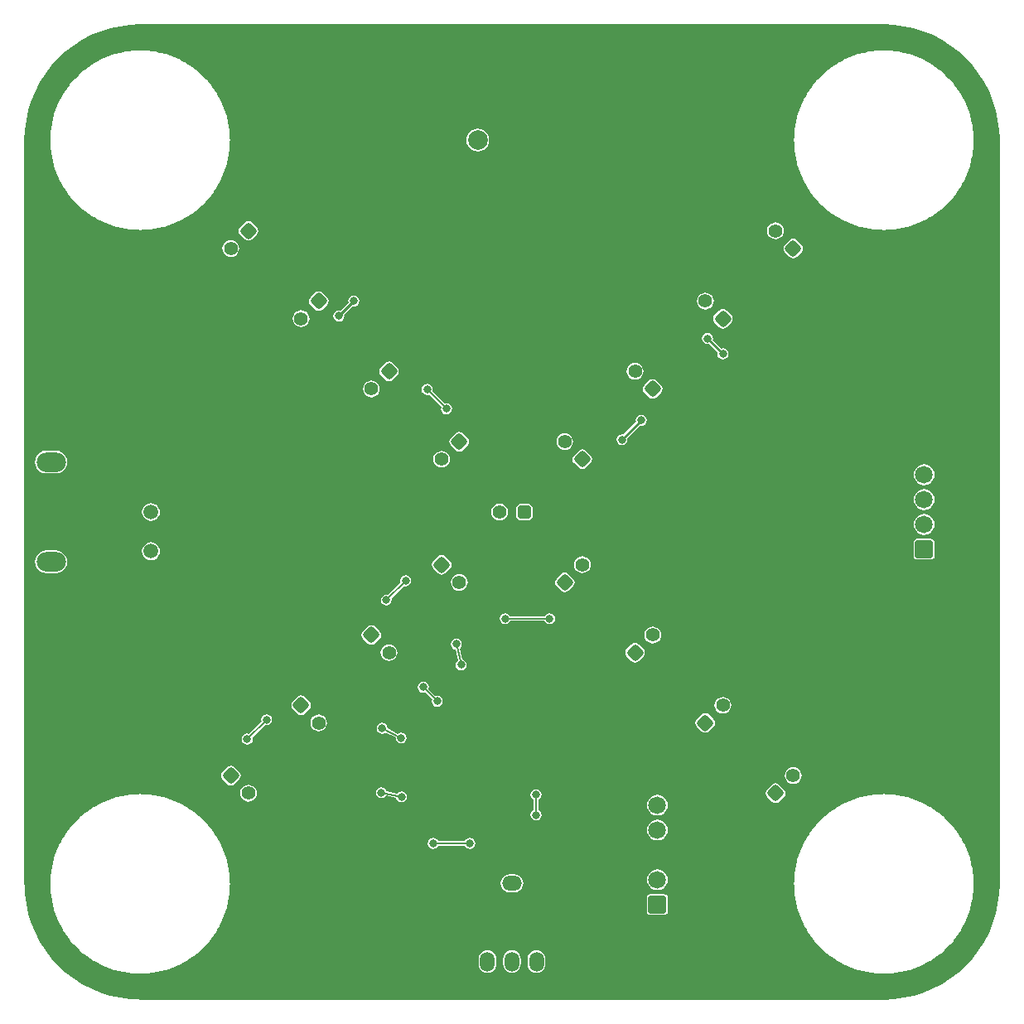
<source format=gbr>
%TF.GenerationSoftware,Altium Limited,Altium Designer,20.1.8 (145)*%
G04 Layer_Physical_Order=1*
G04 Layer_Color=255*
%FSLAX45Y45*%
%MOMM*%
%TF.SameCoordinates,71AC3D83-D9DD-4B8C-8FBF-A9C29C1C1930*%
%TF.FilePolarity,Positive*%
%TF.FileFunction,Copper,L1,Top,Signal*%
%TF.Part,Single*%
G01*
G75*
%TA.AperFunction,Conductor*%
%ADD10C,0.15240*%
%ADD11C,0.12700*%
%ADD12C,0.20320*%
%ADD13C,0.25400*%
%TA.AperFunction,ComponentPad*%
G04:AMPARAMS|DCode=14|XSize=1.8mm|YSize=1.8mm|CornerRadius=0.9mm|HoleSize=0mm|Usage=FLASHONLY|Rotation=90.000|XOffset=0mm|YOffset=0mm|HoleType=Round|Shape=RoundedRectangle|*
%AMROUNDEDRECTD14*
21,1,1.80000,0.00000,0,0,90.0*
21,1,0.00000,1.80000,0,0,90.0*
1,1,1.80000,0.00000,0.00000*
1,1,1.80000,0.00000,0.00000*
1,1,1.80000,0.00000,0.00000*
1,1,1.80000,0.00000,0.00000*
%
%ADD14ROUNDEDRECTD14*%
G04:AMPARAMS|DCode=15|XSize=1.8mm|YSize=1.8mm|CornerRadius=0.18mm|HoleSize=0mm|Usage=FLASHONLY|Rotation=90.000|XOffset=0mm|YOffset=0mm|HoleType=Round|Shape=RoundedRectangle|*
%AMROUNDEDRECTD15*
21,1,1.80000,1.44000,0,0,90.0*
21,1,1.44000,1.80000,0,0,90.0*
1,1,0.36000,0.72000,0.72000*
1,1,0.36000,0.72000,-0.72000*
1,1,0.36000,-0.72000,-0.72000*
1,1,0.36000,-0.72000,0.72000*
%
%ADD15ROUNDEDRECTD15*%
%ADD16O,2.00000X1.50000*%
%ADD17C,2.00000*%
G04:AMPARAMS|DCode=18|XSize=1.5mm|YSize=2mm|CornerRadius=0.75mm|HoleSize=0mm|Usage=FLASHONLY|Rotation=180.000|XOffset=0mm|YOffset=0mm|HoleType=Round|Shape=RoundedRectangle|*
%AMROUNDEDRECTD18*
21,1,1.50000,0.50000,0,0,180.0*
21,1,0.00000,2.00000,0,0,180.0*
1,1,1.50000,0.00000,0.25000*
1,1,1.50000,0.00000,0.25000*
1,1,1.50000,0.00000,-0.25000*
1,1,1.50000,0.00000,-0.25000*
%
%ADD18ROUNDEDRECTD18*%
%ADD19O,3.00000X2.00000*%
%ADD20C,1.50000*%
%TA.AperFunction,ViaPad*%
%ADD21C,5.00000*%
%TA.AperFunction,ComponentPad*%
%ADD22C,1.40000*%
G04:AMPARAMS|DCode=23|XSize=1.4mm|YSize=1.4mm|CornerRadius=0.35mm|HoleSize=0mm|Usage=FLASHONLY|Rotation=315.000|XOffset=0mm|YOffset=0mm|HoleType=Round|Shape=RoundedRectangle|*
%AMROUNDEDRECTD23*
21,1,1.40000,0.70000,0,0,315.0*
21,1,0.70000,1.40000,0,0,315.0*
1,1,0.70000,0.00000,-0.49498*
1,1,0.70000,-0.49498,0.00000*
1,1,0.70000,0.00000,0.49498*
1,1,0.70000,0.49498,0.00000*
%
%ADD23ROUNDEDRECTD23*%
G04:AMPARAMS|DCode=24|XSize=1.4mm|YSize=1.4mm|CornerRadius=0.35mm|HoleSize=0mm|Usage=FLASHONLY|Rotation=90.000|XOffset=0mm|YOffset=0mm|HoleType=Round|Shape=RoundedRectangle|*
%AMROUNDEDRECTD24*
21,1,1.40000,0.70000,0,0,90.0*
21,1,0.70000,1.40000,0,0,90.0*
1,1,0.70000,0.35000,0.35000*
1,1,0.70000,0.35000,-0.35000*
1,1,0.70000,-0.35000,-0.35000*
1,1,0.70000,-0.35000,0.35000*
%
%ADD24ROUNDEDRECTD24*%
G04:AMPARAMS|DCode=25|XSize=1.4mm|YSize=1.4mm|CornerRadius=0.35mm|HoleSize=0mm|Usage=FLASHONLY|Rotation=45.000|XOffset=0mm|YOffset=0mm|HoleType=Round|Shape=RoundedRectangle|*
%AMROUNDEDRECTD25*
21,1,1.40000,0.70000,0,0,45.0*
21,1,0.70000,1.40000,0,0,45.0*
1,1,0.70000,0.49498,0.00000*
1,1,0.70000,0.00000,-0.49498*
1,1,0.70000,-0.49498,0.00000*
1,1,0.70000,0.00000,0.49498*
%
%ADD25ROUNDEDRECTD25*%
%TA.AperFunction,ViaPad*%
%ADD26C,0.80000*%
G36*
X3903135Y4978843D02*
X4005486Y4965369D01*
X4106272Y4943025D01*
X4204728Y4911982D01*
X4300104Y4872476D01*
X4391673Y4824808D01*
X4478740Y4769340D01*
X4560640Y4706496D01*
X4636752Y4636752D01*
X4706496Y4560640D01*
X4769340Y4478740D01*
X4824808Y4391673D01*
X4872476Y4300104D01*
X4911982Y4204728D01*
X4943025Y4106272D01*
X4965369Y4005486D01*
X4978843Y3903135D01*
X4982684Y3815158D01*
X4983166Y3800000D01*
X4983166Y3800000D01*
X4983167Y3784969D01*
X4983165Y-3800000D01*
X4983313Y-3800749D01*
X4978843Y-3903135D01*
X4965369Y-4005486D01*
X4943025Y-4106272D01*
X4911982Y-4204728D01*
X4872476Y-4300104D01*
X4824808Y-4391673D01*
X4769340Y-4478740D01*
X4706496Y-4560640D01*
X4636752Y-4636752D01*
X4560640Y-4706496D01*
X4478740Y-4769340D01*
X4391673Y-4824808D01*
X4300104Y-4872476D01*
X4204728Y-4911982D01*
X4106272Y-4943025D01*
X4005486Y-4965369D01*
X3903135Y-4978843D01*
X3800740Y-4983314D01*
X3800000Y-4983167D01*
X-3784773Y-4983167D01*
X-3800000Y-4983166D01*
X-3815042Y-4982689D01*
X-3903135Y-4978843D01*
X-4005486Y-4965369D01*
X-4106272Y-4943025D01*
X-4204728Y-4911982D01*
X-4300104Y-4872476D01*
X-4391673Y-4824808D01*
X-4478740Y-4769340D01*
X-4560640Y-4706496D01*
X-4636752Y-4636752D01*
X-4706496Y-4560640D01*
X-4769340Y-4478740D01*
X-4824808Y-4391673D01*
X-4872476Y-4300104D01*
X-4911982Y-4204728D01*
X-4943025Y-4106272D01*
X-4965369Y-4005486D01*
X-4978843Y-3903135D01*
X-4982689Y-3815042D01*
X-4983166Y-3800000D01*
X-4983167D01*
X-4983169Y-3799990D01*
X-4983166Y3800000D01*
X-4983314Y3800741D01*
X-4978843Y3903135D01*
X-4965369Y4005486D01*
X-4943025Y4106272D01*
X-4911982Y4204728D01*
X-4872476Y4300104D01*
X-4824808Y4391673D01*
X-4769340Y4478740D01*
X-4706496Y4560640D01*
X-4636752Y4636752D01*
X-4560640Y4706496D01*
X-4478740Y4769340D01*
X-4391673Y4824808D01*
X-4300104Y4872476D01*
X-4204728Y4911982D01*
X-4106272Y4943025D01*
X-4005486Y4965369D01*
X-3903135Y4978843D01*
X-3800743Y4983314D01*
X-3800000Y4983166D01*
X3800000Y4983167D01*
X3800740Y4983314D01*
X3903135Y4978843D01*
D02*
G37*
%LPC*%
G36*
X3800000Y4717615D02*
X3777209Y4716496D01*
X3755786D01*
X3754991Y4716167D01*
X3754169Y4716416D01*
X3732850Y4714316D01*
X3710058Y4713197D01*
X3687486Y4709849D01*
X3666166Y4707749D01*
X3665408Y4707344D01*
X3664565Y4707511D01*
X3643555Y4703332D01*
X3620982Y4699984D01*
X3598844Y4694438D01*
X3577836Y4690260D01*
X3577121Y4689782D01*
X3576266Y4689866D01*
X3555765Y4683648D01*
X3533630Y4678103D01*
X3512147Y4670416D01*
X3491645Y4664197D01*
X3490980Y4663652D01*
X3490121D01*
X3470332Y4655455D01*
X3448844Y4647766D01*
X3428211Y4638008D01*
X3408424Y4629811D01*
X3407816Y4629204D01*
X3406960Y4629120D01*
X3388068Y4619021D01*
X3367439Y4609265D01*
X3347867Y4597534D01*
X3328974Y4587435D01*
X3328428Y4586770D01*
X3327585Y4586602D01*
X3309771Y4574700D01*
X3290200Y4562969D01*
X3271874Y4549378D01*
X3254059Y4537474D01*
X3253582Y4536759D01*
X3252759Y4536510D01*
X3236199Y4522919D01*
X3217871Y4509326D01*
X3200962Y4494001D01*
X3184403Y4480411D01*
X3183998Y4479653D01*
X3183204Y4479325D01*
X3168056Y4464176D01*
X3151148Y4448852D01*
X3135822Y4431943D01*
X3120675Y4416796D01*
X3120347Y4416002D01*
X3119588Y4415597D01*
X3105998Y4399037D01*
X3090674Y4382129D01*
X3077081Y4363802D01*
X3063490Y4347241D01*
X3063241Y4346418D01*
X3062525Y4345941D01*
X3050622Y4328125D01*
X3037031Y4309800D01*
X3025301Y4290230D01*
X3013397Y4272415D01*
X3013230Y4271572D01*
X3012565Y4271026D01*
X3002465Y4252131D01*
X2990735Y4232561D01*
X2980979Y4211934D01*
X2970880Y4193039D01*
X2970796Y4192184D01*
X2970188Y4191576D01*
X2961991Y4171786D01*
X2952234Y4151156D01*
X2944546Y4129671D01*
X2936348Y4109879D01*
Y4109019D01*
X2935803Y4108355D01*
X2929584Y4087854D01*
X2921897Y4066370D01*
X2916353Y4044237D01*
X2910133Y4023734D01*
X2910218Y4022878D01*
X2909740Y4022164D01*
X2905561Y4001152D01*
X2900016Y3979018D01*
X2896669Y3956449D01*
X2892488Y3935435D01*
X2892656Y3934592D01*
X2892251Y3933833D01*
X2890151Y3912512D01*
X2886803Y3889942D01*
X2885684Y3867151D01*
X2883584Y3845831D01*
X2883833Y3845008D01*
X2883504Y3844214D01*
Y3822791D01*
X2882385Y3800000D01*
X2883504Y3777209D01*
Y3755786D01*
X2883833Y3754991D01*
X2883584Y3754169D01*
X2885684Y3732848D01*
X2886803Y3710058D01*
X2890151Y3687489D01*
X2892251Y3666166D01*
X2892656Y3665408D01*
X2892488Y3664565D01*
X2896669Y3643550D01*
X2900016Y3620982D01*
X2905560Y3598849D01*
X2909740Y3577836D01*
X2910218Y3577121D01*
X2910133Y3576266D01*
X2916354Y3555760D01*
X2921897Y3533630D01*
X2929582Y3512151D01*
X2935803Y3491645D01*
X2936348Y3490980D01*
Y3490121D01*
X2944547Y3470327D01*
X2952234Y3448844D01*
X2961990Y3428215D01*
X2970188Y3408424D01*
X2970796Y3407816D01*
X2970880Y3406960D01*
X2980981Y3388064D01*
X2990735Y3367439D01*
X3002464Y3347871D01*
X3012565Y3328974D01*
X3013230Y3328428D01*
X3013397Y3327585D01*
X3025303Y3309767D01*
X3037031Y3290200D01*
X3050620Y3271878D01*
X3062525Y3254059D01*
X3063241Y3253582D01*
X3063490Y3252759D01*
X3077083Y3236195D01*
X3090674Y3217871D01*
X3105996Y3200965D01*
X3119588Y3184403D01*
X3120346Y3183998D01*
X3120675Y3183204D01*
X3135826Y3168053D01*
X3151148Y3151148D01*
X3168054Y3135825D01*
X3183204Y3120675D01*
X3183998Y3120347D01*
X3184403Y3119588D01*
X3200965Y3105996D01*
X3217871Y3090674D01*
X3236195Y3077083D01*
X3252759Y3063490D01*
X3253582Y3063241D01*
X3254059Y3062525D01*
X3271878Y3050620D01*
X3290200Y3037031D01*
X3309767Y3025303D01*
X3327585Y3013397D01*
X3328428Y3013230D01*
X3328974Y3012565D01*
X3347871Y3002464D01*
X3367439Y2990735D01*
X3388064Y2980981D01*
X3406960Y2970880D01*
X3407816Y2970796D01*
X3408424Y2970188D01*
X3428215Y2961990D01*
X3448844Y2952234D01*
X3470327Y2944547D01*
X3490121Y2936348D01*
X3490981D01*
X3491645Y2935803D01*
X3512148Y2929583D01*
X3533630Y2921897D01*
X3555761Y2916353D01*
X3576266Y2910133D01*
X3577121Y2910218D01*
X3577836Y2909740D01*
X3598849Y2905560D01*
X3620982Y2900016D01*
X3643550Y2896669D01*
X3664565Y2892488D01*
X3665408Y2892656D01*
X3666166Y2892251D01*
X3687489Y2890151D01*
X3710058Y2886803D01*
X3732849Y2885684D01*
X3754169Y2883584D01*
X3754991Y2883833D01*
X3755786Y2883504D01*
X3777209D01*
X3800000Y2882385D01*
X3822791Y2883504D01*
X3844214D01*
X3845008Y2883833D01*
X3845831Y2883584D01*
X3867151Y2885684D01*
X3889942Y2886803D01*
X3912512Y2890151D01*
X3933833Y2892251D01*
X3934592Y2892656D01*
X3935435Y2892488D01*
X3956449Y2896669D01*
X3979018Y2900016D01*
X4001152Y2905561D01*
X4022164Y2909740D01*
X4022878Y2910218D01*
X4023734Y2910133D01*
X4044238Y2916353D01*
X4066370Y2921897D01*
X4087850Y2929583D01*
X4108355Y2935803D01*
X4109019Y2936348D01*
X4109879D01*
X4129671Y2944546D01*
X4151156Y2952234D01*
X4171786Y2961991D01*
X4191576Y2970188D01*
X4192184Y2970796D01*
X4193039Y2970880D01*
X4211934Y2980979D01*
X4232561Y2990735D01*
X4252131Y3002465D01*
X4271026Y3012565D01*
X4271572Y3013230D01*
X4272415Y3013397D01*
X4290230Y3025301D01*
X4309800Y3037031D01*
X4328125Y3050622D01*
X4345941Y3062525D01*
X4346418Y3063241D01*
X4347241Y3063490D01*
X4363802Y3077081D01*
X4382129Y3090674D01*
X4399037Y3105998D01*
X4415597Y3119588D01*
X4416002Y3120346D01*
X4416796Y3120675D01*
X4431944Y3135824D01*
X4448852Y3151148D01*
X4464178Y3168057D01*
X4479324Y3183204D01*
X4479653Y3183998D01*
X4480411Y3184403D01*
X4494001Y3200962D01*
X4509326Y3217871D01*
X4522919Y3236199D01*
X4536510Y3252759D01*
X4536759Y3253582D01*
X4537474Y3254059D01*
X4549378Y3271874D01*
X4562969Y3290200D01*
X4574700Y3309771D01*
X4586602Y3327585D01*
X4586770Y3328428D01*
X4587435Y3328974D01*
X4597534Y3347867D01*
X4609265Y3367439D01*
X4619021Y3388068D01*
X4629120Y3406960D01*
X4629204Y3407816D01*
X4629811Y3408424D01*
X4638008Y3428211D01*
X4647766Y3448844D01*
X4655455Y3470332D01*
X4663652Y3490121D01*
Y3490981D01*
X4664197Y3491645D01*
X4670415Y3512143D01*
X4678103Y3533630D01*
X4683648Y3555766D01*
X4689866Y3576266D01*
X4689782Y3577121D01*
X4690260Y3577836D01*
X4694438Y3598844D01*
X4699984Y3620982D01*
X4703332Y3643555D01*
X4707511Y3664565D01*
X4707344Y3665408D01*
X4707749Y3666166D01*
X4709849Y3687485D01*
X4713197Y3710058D01*
X4714316Y3732850D01*
X4716416Y3754169D01*
X4716167Y3754991D01*
X4716496Y3755786D01*
Y3777209D01*
X4717615Y3800000D01*
X4716496Y3822791D01*
Y3844214D01*
X4716167Y3845008D01*
X4716416Y3845831D01*
X4714316Y3867150D01*
X4713197Y3889942D01*
X4709849Y3912515D01*
X4707749Y3933834D01*
X4707344Y3934592D01*
X4707511Y3935435D01*
X4703332Y3956444D01*
X4699984Y3979018D01*
X4694438Y4001157D01*
X4690260Y4022164D01*
X4689782Y4022878D01*
X4689866Y4023734D01*
X4683648Y4044233D01*
X4678103Y4066370D01*
X4670416Y4087855D01*
X4664197Y4108355D01*
X4663652Y4109019D01*
Y4109879D01*
X4655456Y4129666D01*
X4647766Y4151156D01*
X4638007Y4171791D01*
X4629811Y4191576D01*
X4629204Y4192184D01*
X4629120Y4193039D01*
X4619023Y4211930D01*
X4609265Y4232561D01*
X4597532Y4252135D01*
X4587435Y4271026D01*
X4586770Y4271572D01*
X4586602Y4272415D01*
X4574701Y4290226D01*
X4562969Y4309800D01*
X4549376Y4328128D01*
X4537474Y4345941D01*
X4536759Y4346418D01*
X4536510Y4347241D01*
X4522921Y4363799D01*
X4509326Y4382129D01*
X4493999Y4399040D01*
X4480411Y4415597D01*
X4479653Y4416002D01*
X4479325Y4416796D01*
X4464179Y4431942D01*
X4448852Y4448852D01*
X4431940Y4464180D01*
X4416796Y4479324D01*
X4416002Y4479653D01*
X4415597Y4480411D01*
X4399040Y4493999D01*
X4382129Y4509326D01*
X4363799Y4522921D01*
X4347241Y4536510D01*
X4346418Y4536759D01*
X4345941Y4537474D01*
X4328128Y4549376D01*
X4309800Y4562969D01*
X4290226Y4574701D01*
X4272415Y4586602D01*
X4271572Y4586770D01*
X4271026Y4587435D01*
X4252135Y4597532D01*
X4232561Y4609265D01*
X4211930Y4619023D01*
X4193039Y4629120D01*
X4192184Y4629204D01*
X4191576Y4629811D01*
X4171791Y4638007D01*
X4151156Y4647766D01*
X4129666Y4655456D01*
X4109879Y4663652D01*
X4109019D01*
X4108355Y4664197D01*
X4087858Y4670414D01*
X4066370Y4678103D01*
X4044232Y4683648D01*
X4023734Y4689866D01*
X4022878Y4689782D01*
X4022164Y4690260D01*
X4001157Y4694438D01*
X3979018Y4699984D01*
X3956444Y4703332D01*
X3935435Y4707511D01*
X3934592Y4707344D01*
X3933833Y4707749D01*
X3912515Y4709848D01*
X3889942Y4713197D01*
X3867150Y4714316D01*
X3845831Y4716416D01*
X3845008Y4716167D01*
X3844214Y4716496D01*
X3822791D01*
X3800000Y4717615D01*
D02*
G37*
G36*
X-3800000D02*
X-3822791Y4716496D01*
X-3844214D01*
X-3845009Y4716167D01*
X-3845831Y4716416D01*
X-3867151Y4714316D01*
X-3889942Y4713197D01*
X-3912514Y4709849D01*
X-3933834Y4707749D01*
X-3934592Y4707344D01*
X-3935435Y4707511D01*
X-3956445Y4703332D01*
X-3979018Y4699984D01*
X-4001156Y4694438D01*
X-4022164Y4690260D01*
X-4022879Y4689782D01*
X-4023734Y4689866D01*
X-4044235Y4683648D01*
X-4066370Y4678103D01*
X-4087853Y4670416D01*
X-4108355Y4664197D01*
X-4109020Y4663652D01*
X-4109879D01*
X-4129668Y4655455D01*
X-4151156Y4647766D01*
X-4171789Y4638008D01*
X-4191576Y4629811D01*
X-4192184Y4629204D01*
X-4193040Y4629120D01*
X-4211932Y4619021D01*
X-4232561Y4609265D01*
X-4252133Y4597534D01*
X-4271027Y4587435D01*
X-4271572Y4586770D01*
X-4272415Y4586602D01*
X-4290229Y4574700D01*
X-4309800Y4562969D01*
X-4328126Y4549378D01*
X-4345941Y4537474D01*
X-4346419Y4536759D01*
X-4347241Y4536510D01*
X-4363801Y4522919D01*
X-4382129Y4509326D01*
X-4399038Y4494001D01*
X-4415597Y4480411D01*
X-4416002Y4479653D01*
X-4416796Y4479325D01*
X-4431944Y4464176D01*
X-4448852Y4448852D01*
X-4464178Y4431943D01*
X-4479325Y4416796D01*
X-4479653Y4416002D01*
X-4480412Y4415597D01*
X-4494002Y4399037D01*
X-4509326Y4382129D01*
X-4522919Y4363802D01*
X-4536510Y4347241D01*
X-4536760Y4346418D01*
X-4537475Y4345941D01*
X-4549379Y4328125D01*
X-4562969Y4309800D01*
X-4574699Y4290230D01*
X-4586603Y4272415D01*
X-4586770Y4271572D01*
X-4587435Y4271026D01*
X-4597535Y4252131D01*
X-4609265Y4232561D01*
X-4619021Y4211934D01*
X-4629120Y4193039D01*
X-4629204Y4192184D01*
X-4629812Y4191576D01*
X-4638009Y4171786D01*
X-4647766Y4151156D01*
X-4655454Y4129671D01*
X-4663652Y4109879D01*
Y4109019D01*
X-4664197Y4108355D01*
X-4670416Y4087854D01*
X-4678103Y4066370D01*
X-4683647Y4044237D01*
X-4689867Y4023734D01*
X-4689782Y4022878D01*
X-4690260Y4022164D01*
X-4694439Y4001152D01*
X-4699984Y3979018D01*
X-4703331Y3956449D01*
X-4707512Y3935435D01*
X-4707344Y3934592D01*
X-4707749Y3933833D01*
X-4709849Y3912512D01*
X-4713197Y3889942D01*
X-4714316Y3867151D01*
X-4716416Y3845831D01*
X-4716167Y3845008D01*
X-4716496Y3844214D01*
Y3822791D01*
X-4717615Y3800000D01*
X-4716496Y3777209D01*
Y3755786D01*
X-4716167Y3754991D01*
X-4716416Y3754169D01*
X-4714316Y3732848D01*
X-4713197Y3710058D01*
X-4709849Y3687489D01*
X-4707749Y3666166D01*
X-4707344Y3665408D01*
X-4707512Y3664565D01*
X-4703331Y3643550D01*
X-4699984Y3620982D01*
X-4694440Y3598849D01*
X-4690260Y3577836D01*
X-4689782Y3577121D01*
X-4689867Y3576266D01*
X-4683646Y3555760D01*
X-4678103Y3533630D01*
X-4670418Y3512151D01*
X-4664197Y3491645D01*
X-4663652Y3490980D01*
Y3490121D01*
X-4655453Y3470327D01*
X-4647766Y3448844D01*
X-4638010Y3428215D01*
X-4629812Y3408424D01*
X-4629204Y3407816D01*
X-4629120Y3406960D01*
X-4619019Y3388064D01*
X-4609265Y3367439D01*
X-4597536Y3347871D01*
X-4587435Y3328974D01*
X-4586770Y3328428D01*
X-4586603Y3327585D01*
X-4574697Y3309767D01*
X-4562969Y3290200D01*
X-4549380Y3271878D01*
X-4537475Y3254059D01*
X-4536760Y3253582D01*
X-4536510Y3252759D01*
X-4522917Y3236195D01*
X-4509326Y3217871D01*
X-4494004Y3200965D01*
X-4480412Y3184403D01*
X-4479654Y3183998D01*
X-4479325Y3183204D01*
X-4464174Y3168053D01*
X-4448852Y3151148D01*
X-4431946Y3135825D01*
X-4416796Y3120675D01*
X-4416002Y3120347D01*
X-4415597Y3119588D01*
X-4399035Y3105996D01*
X-4382129Y3090674D01*
X-4363805Y3077083D01*
X-4347241Y3063490D01*
X-4346419Y3063241D01*
X-4345941Y3062525D01*
X-4328122Y3050620D01*
X-4309800Y3037031D01*
X-4290233Y3025303D01*
X-4272415Y3013397D01*
X-4271572Y3013230D01*
X-4271027Y3012565D01*
X-4252129Y3002464D01*
X-4232561Y2990735D01*
X-4211936Y2980981D01*
X-4193040Y2970880D01*
X-4192184Y2970796D01*
X-4191576Y2970188D01*
X-4171785Y2961990D01*
X-4151156Y2952234D01*
X-4129673Y2944547D01*
X-4109879Y2936348D01*
X-4109019D01*
X-4108355Y2935803D01*
X-4087852Y2929583D01*
X-4066370Y2921897D01*
X-4044239Y2916353D01*
X-4023734Y2910133D01*
X-4022879Y2910218D01*
X-4022164Y2909740D01*
X-4001151Y2905560D01*
X-3979018Y2900016D01*
X-3956450Y2896669D01*
X-3935435Y2892488D01*
X-3934592Y2892656D01*
X-3933834Y2892251D01*
X-3912511Y2890151D01*
X-3889942Y2886803D01*
X-3867151Y2885684D01*
X-3845831Y2883584D01*
X-3845009Y2883833D01*
X-3844214Y2883504D01*
X-3822791D01*
X-3800000Y2882385D01*
X-3777209Y2883504D01*
X-3755786D01*
X-3754992Y2883833D01*
X-3754169Y2883584D01*
X-3732849Y2885684D01*
X-3710058Y2886803D01*
X-3687488Y2890151D01*
X-3666167Y2892251D01*
X-3665408Y2892656D01*
X-3664565Y2892488D01*
X-3643551Y2896669D01*
X-3620982Y2900016D01*
X-3598848Y2905561D01*
X-3577836Y2909740D01*
X-3577122Y2910218D01*
X-3576266Y2910133D01*
X-3555762Y2916353D01*
X-3533630Y2921897D01*
X-3512150Y2929583D01*
X-3491645Y2935803D01*
X-3490981Y2936348D01*
X-3490121D01*
X-3470329Y2944546D01*
X-3448844Y2952234D01*
X-3428214Y2961991D01*
X-3408424Y2970188D01*
X-3407816Y2970796D01*
X-3406961Y2970880D01*
X-3388066Y2980979D01*
X-3367439Y2990735D01*
X-3347869Y3002465D01*
X-3328974Y3012565D01*
X-3328428Y3013230D01*
X-3327585Y3013397D01*
X-3309770Y3025301D01*
X-3290200Y3037031D01*
X-3271875Y3050622D01*
X-3254060Y3062525D01*
X-3253582Y3063241D01*
X-3252759Y3063490D01*
X-3236198Y3077081D01*
X-3217871Y3090674D01*
X-3200963Y3105998D01*
X-3184403Y3119588D01*
X-3183998Y3120346D01*
X-3183204Y3120675D01*
X-3168056Y3135824D01*
X-3151148Y3151148D01*
X-3135822Y3168057D01*
X-3120676Y3183204D01*
X-3120347Y3183998D01*
X-3119589Y3184403D01*
X-3105999Y3200962D01*
X-3090674Y3217871D01*
X-3077081Y3236199D01*
X-3063490Y3252759D01*
X-3063241Y3253582D01*
X-3062526Y3254059D01*
X-3050622Y3271874D01*
X-3037031Y3290200D01*
X-3025300Y3309771D01*
X-3013398Y3327585D01*
X-3013230Y3328428D01*
X-3012565Y3328974D01*
X-3002466Y3347867D01*
X-2990735Y3367439D01*
X-2980979Y3388068D01*
X-2970881Y3406960D01*
X-2970796Y3407816D01*
X-2970189Y3408424D01*
X-2961992Y3428211D01*
X-2952234Y3448844D01*
X-2944545Y3470332D01*
X-2936348Y3490121D01*
Y3490981D01*
X-2935803Y3491645D01*
X-2929585Y3512143D01*
X-2921897Y3533630D01*
X-2916352Y3555766D01*
X-2910134Y3576266D01*
X-2910218Y3577121D01*
X-2909740Y3577836D01*
X-2905562Y3598844D01*
X-2900016Y3620982D01*
X-2896668Y3643555D01*
X-2892489Y3664565D01*
X-2892656Y3665408D01*
X-2892251Y3666166D01*
X-2890151Y3687485D01*
X-2886803Y3710058D01*
X-2885684Y3732850D01*
X-2883584Y3754169D01*
X-2883833Y3754991D01*
X-2883504Y3755786D01*
Y3777209D01*
X-2882385Y3800000D01*
X-2883504Y3822791D01*
Y3844214D01*
X-2883833Y3845008D01*
X-2883584Y3845831D01*
X-2885684Y3867150D01*
X-2886803Y3889942D01*
X-2890151Y3912515D01*
X-2892251Y3933834D01*
X-2892656Y3934592D01*
X-2892489Y3935435D01*
X-2896668Y3956444D01*
X-2900016Y3979018D01*
X-2905562Y4001157D01*
X-2909740Y4022164D01*
X-2910218Y4022878D01*
X-2910134Y4023734D01*
X-2916352Y4044233D01*
X-2921897Y4066370D01*
X-2929584Y4087855D01*
X-2935803Y4108355D01*
X-2936348Y4109019D01*
Y4109879D01*
X-2944545Y4129666D01*
X-2952234Y4151156D01*
X-2961993Y4171791D01*
X-2970189Y4191576D01*
X-2970796Y4192184D01*
X-2970881Y4193039D01*
X-2980978Y4211930D01*
X-2990735Y4232561D01*
X-3002468Y4252135D01*
X-3012565Y4271026D01*
X-3013230Y4271572D01*
X-3013398Y4272415D01*
X-3025299Y4290226D01*
X-3037031Y4309800D01*
X-3050624Y4328128D01*
X-3062526Y4345941D01*
X-3063241Y4346418D01*
X-3063490Y4347241D01*
X-3077079Y4363799D01*
X-3090674Y4382129D01*
X-3106001Y4399040D01*
X-3119589Y4415597D01*
X-3120347Y4416002D01*
X-3120675Y4416796D01*
X-3135821Y4431942D01*
X-3151148Y4448852D01*
X-3168060Y4464180D01*
X-3183204Y4479324D01*
X-3183998Y4479653D01*
X-3184403Y4480411D01*
X-3200960Y4493999D01*
X-3217871Y4509326D01*
X-3236201Y4522921D01*
X-3252759Y4536510D01*
X-3253582Y4536759D01*
X-3254060Y4537474D01*
X-3271872Y4549376D01*
X-3290200Y4562969D01*
X-3309774Y4574701D01*
X-3327585Y4586602D01*
X-3328428Y4586770D01*
X-3328974Y4587435D01*
X-3347865Y4597532D01*
X-3367439Y4609265D01*
X-3388070Y4619023D01*
X-3406961Y4629120D01*
X-3407816Y4629204D01*
X-3408424Y4629811D01*
X-3428209Y4638007D01*
X-3448844Y4647766D01*
X-3470334Y4655456D01*
X-3490121Y4663652D01*
X-3490981D01*
X-3491645Y4664197D01*
X-3512142Y4670414D01*
X-3533630Y4678103D01*
X-3555768Y4683648D01*
X-3576266Y4689866D01*
X-3577122Y4689782D01*
X-3577836Y4690260D01*
X-3598843Y4694438D01*
X-3620982Y4699984D01*
X-3643556Y4703332D01*
X-3664565Y4707511D01*
X-3665408Y4707344D01*
X-3666167Y4707749D01*
X-3687485Y4709848D01*
X-3710058Y4713197D01*
X-3732850Y4714316D01*
X-3754169Y4716416D01*
X-3754992Y4716167D01*
X-3755786Y4716496D01*
X-3777209D01*
X-3800000Y4717615D01*
D02*
G37*
G36*
X-350000Y3916234D02*
X-380084Y3912274D01*
X-408117Y3900662D01*
X-432190Y3882190D01*
X-450662Y3858117D01*
X-462274Y3830084D01*
X-466235Y3800000D01*
X-462274Y3769916D01*
X-450662Y3741883D01*
X-432190Y3717810D01*
X-408117Y3699338D01*
X-380084Y3687726D01*
X-350000Y3683766D01*
X-319916Y3687726D01*
X-291883Y3699338D01*
X-267810Y3717810D01*
X-249338Y3741883D01*
X-237726Y3769916D01*
X-233766Y3800000D01*
X-237726Y3830084D01*
X-249338Y3858117D01*
X-267810Y3882190D01*
X-291883Y3900662D01*
X-319916Y3912274D01*
X-350000Y3916234D01*
D02*
G37*
G36*
X2694077Y2959657D02*
X2671825Y2956728D01*
X2651089Y2948139D01*
X2633283Y2934476D01*
X2619620Y2916669D01*
X2611031Y2895934D01*
X2608101Y2873682D01*
X2611031Y2851430D01*
X2619620Y2830694D01*
X2633283Y2812888D01*
X2651089Y2799225D01*
X2671825Y2790636D01*
X2694077Y2787706D01*
X2716329Y2790636D01*
X2737064Y2799225D01*
X2754871Y2812888D01*
X2768534Y2830694D01*
X2777123Y2851430D01*
X2780052Y2873682D01*
X2777123Y2895934D01*
X2768534Y2916669D01*
X2754871Y2934476D01*
X2737064Y2948139D01*
X2716329Y2956728D01*
X2694077Y2959657D01*
D02*
G37*
G36*
X-2694077Y2974403D02*
X-2713680Y2970504D01*
X-2730298Y2959400D01*
X-2779795Y2909903D01*
X-2790899Y2893285D01*
X-2794798Y2873682D01*
X-2790899Y2854079D01*
X-2779795Y2837461D01*
X-2730298Y2787963D01*
X-2713680Y2776859D01*
X-2694077Y2772960D01*
X-2674474Y2776859D01*
X-2657856Y2787963D01*
X-2608359Y2837461D01*
X-2597254Y2854079D01*
X-2593355Y2873682D01*
X-2597254Y2893285D01*
X-2608359Y2909903D01*
X-2657856Y2959400D01*
X-2674474Y2970504D01*
X-2694077Y2974403D01*
D02*
G37*
G36*
X-2873682Y2780052D02*
X-2895934Y2777123D01*
X-2916669Y2768534D01*
X-2934476Y2754871D01*
X-2948139Y2737064D01*
X-2956728Y2716329D01*
X-2959657Y2694077D01*
X-2956728Y2671825D01*
X-2948139Y2651089D01*
X-2934476Y2633283D01*
X-2916669Y2619620D01*
X-2895934Y2611031D01*
X-2873682Y2608101D01*
X-2851430Y2611031D01*
X-2830694Y2619620D01*
X-2812888Y2633283D01*
X-2799225Y2651089D01*
X-2790636Y2671825D01*
X-2787706Y2694077D01*
X-2790636Y2716329D01*
X-2799225Y2737064D01*
X-2812888Y2754871D01*
X-2830694Y2768534D01*
X-2851430Y2777123D01*
X-2873682Y2780052D01*
D02*
G37*
G36*
X2873682Y2794798D02*
X2854079Y2790899D01*
X2837461Y2779795D01*
X2787963Y2730298D01*
X2776859Y2713680D01*
X2772960Y2694077D01*
X2776859Y2674474D01*
X2787963Y2657856D01*
X2837461Y2608359D01*
X2854079Y2597254D01*
X2873682Y2593355D01*
X2893285Y2597254D01*
X2909903Y2608359D01*
X2959400Y2657856D01*
X2970504Y2674474D01*
X2974403Y2694077D01*
X2970504Y2713680D01*
X2959400Y2730298D01*
X2909903Y2779795D01*
X2893285Y2790899D01*
X2873682Y2794798D01*
D02*
G37*
G36*
X-1616446Y2211584D02*
X-1638000Y2207297D01*
X-1656272Y2195088D01*
X-1668481Y2176815D01*
X-1672768Y2155262D01*
X-1670108Y2141887D01*
X-1755736Y2056259D01*
X-1769110Y2058919D01*
X-1790664Y2054632D01*
X-1808936Y2042423D01*
X-1821145Y2024151D01*
X-1825432Y2002597D01*
X-1821145Y1981044D01*
X-1808936Y1962771D01*
X-1790664Y1950562D01*
X-1769110Y1946275D01*
X-1747557Y1950562D01*
X-1729284Y1962771D01*
X-1717075Y1981044D01*
X-1712788Y2002597D01*
X-1715448Y2015972D01*
X-1629820Y2101600D01*
X-1616446Y2098939D01*
X-1594892Y2103227D01*
X-1576620Y2115436D01*
X-1564411Y2133708D01*
X-1560124Y2155262D01*
X-1564411Y2176815D01*
X-1576620Y2195088D01*
X-1594892Y2207297D01*
X-1616446Y2211584D01*
D02*
G37*
G36*
X1975656Y2241237D02*
X1953405Y2238307D01*
X1932669Y2229718D01*
X1914863Y2216055D01*
X1901200Y2198249D01*
X1892611Y2177513D01*
X1889681Y2155261D01*
X1892611Y2133009D01*
X1901200Y2112274D01*
X1914863Y2094467D01*
X1932669Y2080805D01*
X1953405Y2072216D01*
X1975656Y2069286D01*
X1997908Y2072216D01*
X2018644Y2080805D01*
X2036450Y2094467D01*
X2050113Y2112274D01*
X2058702Y2133009D01*
X2061632Y2155261D01*
X2058702Y2177513D01*
X2050113Y2198249D01*
X2036450Y2216055D01*
X2018644Y2229718D01*
X1997908Y2238307D01*
X1975656Y2241237D01*
D02*
G37*
G36*
X-1975656Y2255983D02*
X-1995259Y2252084D01*
X-2011877Y2240980D01*
X-2061375Y2191482D01*
X-2072479Y2174864D01*
X-2076378Y2155261D01*
X-2072479Y2135659D01*
X-2061375Y2119040D01*
X-2011877Y2069543D01*
X-1995259Y2058439D01*
X-1975656Y2054540D01*
X-1956054Y2058439D01*
X-1939436Y2069543D01*
X-1889938Y2119040D01*
X-1878834Y2135659D01*
X-1874935Y2155261D01*
X-1878834Y2174864D01*
X-1889938Y2191482D01*
X-1939436Y2240980D01*
X-1956054Y2252084D01*
X-1975656Y2255983D01*
D02*
G37*
G36*
X-2155261Y2061632D02*
X-2177513Y2058702D01*
X-2198249Y2050113D01*
X-2216055Y2036450D01*
X-2229718Y2018644D01*
X-2238307Y1997908D01*
X-2241237Y1975656D01*
X-2238307Y1953405D01*
X-2229718Y1932669D01*
X-2216055Y1914863D01*
X-2198249Y1901200D01*
X-2177513Y1892611D01*
X-2155261Y1889681D01*
X-2133009Y1892611D01*
X-2112274Y1901200D01*
X-2094467Y1914863D01*
X-2080805Y1932669D01*
X-2072216Y1953405D01*
X-2069286Y1975656D01*
X-2072216Y1997908D01*
X-2080805Y2018644D01*
X-2094467Y2036450D01*
X-2112274Y2050113D01*
X-2133009Y2058702D01*
X-2155261Y2061632D01*
D02*
G37*
G36*
X2155261Y2076378D02*
X2135659Y2072479D01*
X2119040Y2061375D01*
X2069543Y2011877D01*
X2058439Y1995259D01*
X2054540Y1975656D01*
X2058439Y1956054D01*
X2069543Y1939436D01*
X2119040Y1889938D01*
X2135659Y1878834D01*
X2155261Y1874935D01*
X2174864Y1878834D01*
X2191482Y1889938D01*
X2240980Y1939436D01*
X2252084Y1956054D01*
X2255983Y1975656D01*
X2252084Y1995259D01*
X2240980Y2011877D01*
X2191482Y2061375D01*
X2174864Y2072479D01*
X2155261Y2076378D01*
D02*
G37*
G36*
X1998849Y1829180D02*
X1977296Y1824893D01*
X1959023Y1812684D01*
X1946814Y1794412D01*
X1942527Y1772858D01*
X1946814Y1751305D01*
X1959023Y1733032D01*
X1977296Y1720823D01*
X1998849Y1716536D01*
X2012224Y1719196D01*
X2101600Y1629820D01*
X2098939Y1616446D01*
X2103227Y1594892D01*
X2115436Y1576620D01*
X2133708Y1564411D01*
X2155262Y1560124D01*
X2176815Y1564411D01*
X2195088Y1576620D01*
X2207297Y1594892D01*
X2211584Y1616446D01*
X2207297Y1638000D01*
X2195088Y1656272D01*
X2176815Y1668481D01*
X2155262Y1672768D01*
X2141887Y1670108D01*
X2052511Y1759484D01*
X2055171Y1772858D01*
X2050884Y1794412D01*
X2038675Y1812684D01*
X2020403Y1824893D01*
X1998849Y1829180D01*
D02*
G37*
G36*
X1257236Y1522816D02*
X1234984Y1519887D01*
X1214249Y1511298D01*
X1196442Y1497635D01*
X1182779Y1479828D01*
X1174190Y1459093D01*
X1171261Y1436841D01*
X1174190Y1414589D01*
X1182779Y1393853D01*
X1196442Y1376047D01*
X1214249Y1362384D01*
X1234984Y1353795D01*
X1257236Y1350865D01*
X1279488Y1353795D01*
X1300223Y1362384D01*
X1318030Y1376047D01*
X1331693Y1393853D01*
X1340282Y1414589D01*
X1343211Y1436841D01*
X1340282Y1459093D01*
X1331693Y1479828D01*
X1318030Y1497635D01*
X1300223Y1511298D01*
X1279488Y1519887D01*
X1257236Y1522816D01*
D02*
G37*
G36*
X-1257236Y1537562D02*
X-1276839Y1533663D01*
X-1293457Y1522559D01*
X-1342954Y1473062D01*
X-1354059Y1456444D01*
X-1357957Y1436841D01*
X-1354059Y1417238D01*
X-1342954Y1400620D01*
X-1293457Y1351123D01*
X-1276839Y1340018D01*
X-1257236Y1336120D01*
X-1237633Y1340018D01*
X-1221015Y1351123D01*
X-1171518Y1400620D01*
X-1160413Y1417238D01*
X-1156515Y1436841D01*
X-1160413Y1456444D01*
X-1171518Y1473062D01*
X-1221015Y1522559D01*
X-1237633Y1533663D01*
X-1257236Y1537562D01*
D02*
G37*
G36*
X-1436841Y1343211D02*
X-1459093Y1340282D01*
X-1479828Y1331693D01*
X-1497635Y1318030D01*
X-1511298Y1300223D01*
X-1519887Y1279488D01*
X-1522816Y1257236D01*
X-1519887Y1234984D01*
X-1511298Y1214249D01*
X-1497635Y1196442D01*
X-1479828Y1182779D01*
X-1459093Y1174190D01*
X-1436841Y1171261D01*
X-1414589Y1174190D01*
X-1393853Y1182779D01*
X-1376047Y1196442D01*
X-1362384Y1214249D01*
X-1353795Y1234984D01*
X-1350865Y1257236D01*
X-1353795Y1279488D01*
X-1362384Y1300223D01*
X-1376047Y1318030D01*
X-1393853Y1331693D01*
X-1414589Y1340282D01*
X-1436841Y1343211D01*
D02*
G37*
G36*
X1436841Y1357957D02*
X1417238Y1354059D01*
X1400620Y1342954D01*
X1351123Y1293457D01*
X1340018Y1276839D01*
X1336120Y1257236D01*
X1340018Y1237633D01*
X1351123Y1221015D01*
X1400620Y1171518D01*
X1417238Y1160413D01*
X1436841Y1156515D01*
X1456444Y1160413D01*
X1473062Y1171518D01*
X1522559Y1221015D01*
X1533663Y1237633D01*
X1537562Y1257236D01*
X1533663Y1276839D01*
X1522559Y1293457D01*
X1473062Y1342954D01*
X1456444Y1354059D01*
X1436841Y1357957D01*
D02*
G37*
G36*
X-867337Y1308326D02*
X-888891Y1304038D01*
X-907163Y1291829D01*
X-919372Y1273557D01*
X-923659Y1252003D01*
X-919372Y1230450D01*
X-907163Y1212177D01*
X-888891Y1199968D01*
X-867337Y1195681D01*
X-850907Y1198949D01*
X-722826Y1070867D01*
X-726094Y1054438D01*
X-721806Y1032884D01*
X-709597Y1014612D01*
X-691325Y1002403D01*
X-669771Y998116D01*
X-648218Y1002403D01*
X-629945Y1014612D01*
X-617736Y1032884D01*
X-613449Y1054438D01*
X-617736Y1075991D01*
X-629945Y1094264D01*
X-648218Y1106473D01*
X-669771Y1110760D01*
X-686201Y1107492D01*
X-814283Y1235574D01*
X-811015Y1252003D01*
X-815302Y1273557D01*
X-827511Y1291829D01*
X-845783Y1304038D01*
X-867337Y1308326D01*
D02*
G37*
G36*
X1321125Y992781D02*
X1299571Y988493D01*
X1281299Y976284D01*
X1269090Y958012D01*
X1264803Y936458D01*
X1267463Y923084D01*
X1136934Y792555D01*
X1123559Y795215D01*
X1102006Y790928D01*
X1083733Y778719D01*
X1071524Y760447D01*
X1067237Y738893D01*
X1071524Y717339D01*
X1083733Y699067D01*
X1102006Y686858D01*
X1123559Y682571D01*
X1145113Y686858D01*
X1163385Y699067D01*
X1175594Y717339D01*
X1179882Y738893D01*
X1177221Y752267D01*
X1307750Y882797D01*
X1321125Y880136D01*
X1342679Y884423D01*
X1360951Y896632D01*
X1373160Y914905D01*
X1377447Y936458D01*
X1373160Y958012D01*
X1360951Y976284D01*
X1342679Y988493D01*
X1321125Y992781D01*
D02*
G37*
G36*
X538816Y804396D02*
X516564Y801466D01*
X495828Y792877D01*
X478022Y779214D01*
X464359Y761408D01*
X455770Y740672D01*
X452840Y718420D01*
X455770Y696169D01*
X464359Y675433D01*
X478022Y657627D01*
X495828Y643964D01*
X516564Y635375D01*
X538816Y632445D01*
X561067Y635375D01*
X581803Y643964D01*
X599609Y657627D01*
X613272Y675433D01*
X621861Y696169D01*
X624791Y718420D01*
X621861Y740672D01*
X613272Y761408D01*
X599609Y779214D01*
X581803Y792877D01*
X561067Y801466D01*
X538816Y804396D01*
D02*
G37*
G36*
X-538816Y819142D02*
X-558418Y815243D01*
X-575036Y804139D01*
X-624534Y754641D01*
X-635638Y738023D01*
X-639537Y718420D01*
X-635638Y698818D01*
X-624534Y682200D01*
X-575036Y632702D01*
X-558418Y621598D01*
X-538816Y617699D01*
X-519213Y621598D01*
X-502595Y632702D01*
X-453097Y682200D01*
X-441993Y698818D01*
X-438094Y718420D01*
X-441993Y738023D01*
X-453097Y754641D01*
X-502595Y804139D01*
X-519213Y815243D01*
X-538816Y819142D01*
D02*
G37*
G36*
X-718420Y624791D02*
X-740672Y621861D01*
X-761408Y613272D01*
X-779214Y599609D01*
X-792877Y581803D01*
X-801466Y561067D01*
X-804396Y538816D01*
X-801466Y516564D01*
X-792877Y495828D01*
X-779214Y478022D01*
X-761408Y464359D01*
X-740672Y455770D01*
X-718420Y452840D01*
X-696169Y455770D01*
X-675433Y464359D01*
X-657627Y478022D01*
X-643964Y495828D01*
X-635375Y516564D01*
X-632445Y538816D01*
X-635375Y561067D01*
X-643964Y581803D01*
X-657627Y599609D01*
X-675433Y613272D01*
X-696169Y621861D01*
X-718420Y624791D01*
D02*
G37*
G36*
X718420Y639537D02*
X698818Y635638D01*
X682200Y624534D01*
X632702Y575036D01*
X621598Y558418D01*
X617699Y538816D01*
X621598Y519213D01*
X632702Y502595D01*
X682200Y453097D01*
X698818Y441993D01*
X718420Y438094D01*
X738023Y441993D01*
X754641Y453097D01*
X804139Y502595D01*
X815243Y519213D01*
X819142Y538816D01*
X815243Y558418D01*
X804139Y575036D01*
X754641Y624534D01*
X738023Y635638D01*
X718420Y639537D01*
D02*
G37*
G36*
X-4660139Y626234D02*
X-4760139D01*
X-4790222Y622274D01*
X-4818256Y610662D01*
X-4842329Y592190D01*
X-4860801Y568117D01*
X-4872412Y540084D01*
X-4876373Y510000D01*
X-4872412Y479916D01*
X-4860801Y451883D01*
X-4842329Y427810D01*
X-4818256Y409338D01*
X-4790222Y397726D01*
X-4760139Y393766D01*
X-4660139D01*
X-4630055Y397726D01*
X-4602022Y409338D01*
X-4577949Y427810D01*
X-4559477Y451883D01*
X-4547865Y479916D01*
X-4543904Y510000D01*
X-4547865Y540084D01*
X-4559477Y568117D01*
X-4577949Y592190D01*
X-4602022Y610662D01*
X-4630055Y622274D01*
X-4660139Y626234D01*
D02*
G37*
G36*
X4211201Y487148D02*
X4183727Y483531D01*
X4158127Y472927D01*
X4136143Y456058D01*
X4119274Y434074D01*
X4108670Y408473D01*
X4105053Y381000D01*
X4108670Y353527D01*
X4119274Y327926D01*
X4136143Y305942D01*
X4158127Y289073D01*
X4183727Y278469D01*
X4211201Y274852D01*
X4238674Y278469D01*
X4264274Y289073D01*
X4286258Y305942D01*
X4303127Y327926D01*
X4313732Y353527D01*
X4317348Y381000D01*
X4313732Y408473D01*
X4303127Y434074D01*
X4286258Y456058D01*
X4264274Y472927D01*
X4238674Y483531D01*
X4211201Y487148D01*
D02*
G37*
G36*
Y233148D02*
X4183727Y229531D01*
X4158127Y218927D01*
X4136143Y202058D01*
X4119274Y180074D01*
X4108670Y154473D01*
X4105053Y127000D01*
X4108670Y99527D01*
X4119274Y73926D01*
X4136143Y51942D01*
X4158127Y35073D01*
X4183727Y24469D01*
X4211201Y20852D01*
X4238674Y24469D01*
X4264274Y35073D01*
X4286258Y51942D01*
X4303127Y73926D01*
X4313732Y99527D01*
X4317348Y127000D01*
X4313732Y154473D01*
X4303127Y180074D01*
X4286258Y202058D01*
X4264274Y218927D01*
X4238674Y229531D01*
X4211201Y233148D01*
D02*
G37*
G36*
X-127000Y85975D02*
X-149252Y83046D01*
X-169988Y74457D01*
X-187794Y60794D01*
X-201457Y42988D01*
X-210046Y22252D01*
X-212975Y0D01*
X-210046Y-22252D01*
X-201457Y-42988D01*
X-187794Y-60794D01*
X-169988Y-74457D01*
X-149252Y-83046D01*
X-127000Y-85975D01*
X-104748Y-83046D01*
X-84012Y-74457D01*
X-66206Y-60794D01*
X-52543Y-42988D01*
X-43954Y-22252D01*
X-41025Y0D01*
X-43954Y22252D01*
X-52543Y42988D01*
X-66206Y60794D01*
X-84012Y74457D01*
X-104748Y83046D01*
X-127000Y85975D01*
D02*
G37*
G36*
X162000Y86224D02*
X92000D01*
X72397Y82325D01*
X55779Y71221D01*
X44675Y54603D01*
X40776Y35000D01*
Y-35000D01*
X44675Y-54603D01*
X55779Y-71221D01*
X72397Y-82325D01*
X92000Y-86224D01*
X162000D01*
X181603Y-82325D01*
X198221Y-71221D01*
X209325Y-54603D01*
X213224Y-35000D01*
Y35000D01*
X209325Y54603D01*
X198221Y71221D01*
X181603Y82325D01*
X162000Y86224D01*
D02*
G37*
G36*
X-3690139Y91019D02*
X-3713696Y87917D01*
X-3735648Y78824D01*
X-3754498Y64360D01*
X-3768963Y45509D01*
X-3778056Y23557D01*
X-3781157Y0D01*
X-3778056Y-23557D01*
X-3768963Y-45509D01*
X-3754498Y-64360D01*
X-3735648Y-78824D01*
X-3713696Y-87917D01*
X-3690139Y-91019D01*
X-3666581Y-87917D01*
X-3644629Y-78824D01*
X-3625779Y-64360D01*
X-3611314Y-45509D01*
X-3602221Y-23557D01*
X-3599120Y0D01*
X-3602221Y23557D01*
X-3611314Y45509D01*
X-3625779Y64360D01*
X-3644629Y78824D01*
X-3666581Y87917D01*
X-3690139Y91019D01*
D02*
G37*
G36*
X4211201Y-20852D02*
X4183727Y-24469D01*
X4158127Y-35073D01*
X4136143Y-51942D01*
X4119274Y-73926D01*
X4108670Y-99527D01*
X4105053Y-127000D01*
X4108670Y-154473D01*
X4119274Y-180074D01*
X4136143Y-202058D01*
X4158127Y-218927D01*
X4183727Y-229531D01*
X4211201Y-233148D01*
X4238674Y-229531D01*
X4264274Y-218927D01*
X4286258Y-202058D01*
X4303127Y-180074D01*
X4313732Y-154473D01*
X4317348Y-127000D01*
X4313732Y-99527D01*
X4303127Y-73926D01*
X4286258Y-51942D01*
X4264274Y-35073D01*
X4238674Y-24469D01*
X4211201Y-20852D01*
D02*
G37*
G36*
X4283200Y-275109D02*
X4139201D01*
X4126231Y-277689D01*
X4115236Y-285035D01*
X4107889Y-296031D01*
X4105310Y-309000D01*
Y-453000D01*
X4107889Y-465969D01*
X4115236Y-476965D01*
X4126231Y-484311D01*
X4139201Y-486891D01*
X4283200D01*
X4296170Y-484311D01*
X4307165Y-476965D01*
X4314512Y-465969D01*
X4317092Y-453000D01*
Y-309000D01*
X4314512Y-296031D01*
X4307165Y-285035D01*
X4296170Y-277689D01*
X4283200Y-275109D01*
D02*
G37*
G36*
X-3690139Y-308981D02*
X-3713696Y-312083D01*
X-3735648Y-321176D01*
X-3754498Y-335640D01*
X-3768963Y-354491D01*
X-3778056Y-376443D01*
X-3781157Y-400000D01*
X-3778056Y-423557D01*
X-3768963Y-445509D01*
X-3754498Y-464360D01*
X-3735648Y-478824D01*
X-3713696Y-487917D01*
X-3690139Y-491019D01*
X-3666581Y-487917D01*
X-3644629Y-478824D01*
X-3625779Y-464360D01*
X-3611314Y-445509D01*
X-3602221Y-423557D01*
X-3599120Y-400000D01*
X-3602221Y-376443D01*
X-3611314Y-354491D01*
X-3625779Y-335640D01*
X-3644629Y-321176D01*
X-3666581Y-312083D01*
X-3690139Y-308981D01*
D02*
G37*
G36*
X718420Y-452840D02*
X696169Y-455770D01*
X675433Y-464359D01*
X657627Y-478022D01*
X643964Y-495828D01*
X635375Y-516564D01*
X632445Y-538816D01*
X635375Y-561067D01*
X643964Y-581803D01*
X657627Y-599609D01*
X675433Y-613272D01*
X696169Y-621861D01*
X718420Y-624791D01*
X740672Y-621861D01*
X761408Y-613272D01*
X779214Y-599609D01*
X792877Y-581803D01*
X801466Y-561067D01*
X804396Y-538816D01*
X801466Y-516564D01*
X792877Y-495828D01*
X779214Y-478022D01*
X761408Y-464359D01*
X740672Y-455770D01*
X718420Y-452840D01*
D02*
G37*
G36*
X-4660139Y-393766D02*
X-4760139D01*
X-4790222Y-397726D01*
X-4818256Y-409338D01*
X-4842329Y-427810D01*
X-4860801Y-451883D01*
X-4872412Y-479916D01*
X-4876373Y-510000D01*
X-4872412Y-540084D01*
X-4860801Y-568117D01*
X-4842329Y-592190D01*
X-4818256Y-610662D01*
X-4790222Y-622274D01*
X-4760139Y-626234D01*
X-4660139D01*
X-4630055Y-622274D01*
X-4602022Y-610662D01*
X-4577949Y-592190D01*
X-4559477Y-568117D01*
X-4547865Y-540084D01*
X-4543904Y-510000D01*
X-4547865Y-479916D01*
X-4559477Y-451883D01*
X-4577949Y-427810D01*
X-4602022Y-409338D01*
X-4630055Y-397726D01*
X-4660139Y-393766D01*
D02*
G37*
G36*
X-718420Y-438094D02*
X-738023Y-441993D01*
X-754641Y-453097D01*
X-804139Y-502595D01*
X-815243Y-519213D01*
X-819142Y-538816D01*
X-815243Y-558418D01*
X-804139Y-575036D01*
X-754641Y-624534D01*
X-738023Y-635638D01*
X-718420Y-639537D01*
X-698818Y-635638D01*
X-682200Y-624534D01*
X-632702Y-575036D01*
X-621598Y-558418D01*
X-617699Y-538816D01*
X-621598Y-519213D01*
X-632702Y-502595D01*
X-682200Y-453097D01*
X-698818Y-441993D01*
X-718420Y-438094D01*
D02*
G37*
G36*
X-1086639Y-645650D02*
X-1108193Y-649938D01*
X-1126465Y-662147D01*
X-1138674Y-680419D01*
X-1142961Y-701973D01*
X-1139693Y-718402D01*
X-1267775Y-846484D01*
X-1284205Y-843216D01*
X-1305758Y-847503D01*
X-1324031Y-859712D01*
X-1336240Y-877985D01*
X-1340527Y-899538D01*
X-1336240Y-921092D01*
X-1324031Y-939364D01*
X-1305758Y-951573D01*
X-1284205Y-955860D01*
X-1262651Y-951573D01*
X-1244379Y-939364D01*
X-1232170Y-921092D01*
X-1227882Y-899538D01*
X-1231150Y-883109D01*
X-1103069Y-755027D01*
X-1086639Y-758295D01*
X-1065085Y-754008D01*
X-1046813Y-741799D01*
X-1034604Y-723526D01*
X-1030317Y-701973D01*
X-1034604Y-680419D01*
X-1046813Y-662147D01*
X-1065085Y-649938D01*
X-1086639Y-645650D01*
D02*
G37*
G36*
X-538816Y-632445D02*
X-561067Y-635375D01*
X-581803Y-643964D01*
X-599609Y-657627D01*
X-613272Y-675433D01*
X-621861Y-696169D01*
X-624791Y-718420D01*
X-621861Y-740672D01*
X-613272Y-761408D01*
X-599609Y-779214D01*
X-581803Y-792877D01*
X-561067Y-801466D01*
X-538816Y-804396D01*
X-516564Y-801466D01*
X-495828Y-792877D01*
X-478022Y-779214D01*
X-464359Y-761408D01*
X-455770Y-740672D01*
X-452840Y-718420D01*
X-455770Y-696169D01*
X-464359Y-675433D01*
X-478022Y-657627D01*
X-495828Y-643964D01*
X-516564Y-635375D01*
X-538816Y-632445D01*
D02*
G37*
G36*
X538816Y-617699D02*
X519213Y-621598D01*
X502595Y-632702D01*
X453097Y-682200D01*
X441993Y-698818D01*
X438094Y-718420D01*
X441993Y-738023D01*
X453097Y-754641D01*
X502595Y-804139D01*
X519213Y-815243D01*
X538816Y-819142D01*
X558418Y-815243D01*
X575036Y-804139D01*
X624534Y-754641D01*
X635638Y-738023D01*
X639537Y-718420D01*
X635638Y-698818D01*
X624534Y-682200D01*
X575036Y-632702D01*
X558418Y-621598D01*
X538816Y-617699D01*
D02*
G37*
G36*
X384694Y-1033029D02*
X363140Y-1037316D01*
X344868Y-1049525D01*
X333831Y-1066043D01*
X-19343D01*
X-30380Y-1049525D01*
X-48652Y-1037316D01*
X-70206Y-1033029D01*
X-91759Y-1037316D01*
X-110032Y-1049525D01*
X-122241Y-1067797D01*
X-126528Y-1089351D01*
X-122241Y-1110905D01*
X-110032Y-1129177D01*
X-91759Y-1141386D01*
X-70206Y-1145673D01*
X-48652Y-1141386D01*
X-30380Y-1129177D01*
X-19343Y-1112659D01*
X333831D01*
X344868Y-1129177D01*
X363140Y-1141386D01*
X384694Y-1145673D01*
X406248Y-1141386D01*
X424520Y-1129177D01*
X436729Y-1110905D01*
X441016Y-1089351D01*
X436729Y-1067797D01*
X424520Y-1049525D01*
X406248Y-1037316D01*
X384694Y-1033029D01*
D02*
G37*
G36*
X1436841Y-1171261D02*
X1414589Y-1174190D01*
X1393853Y-1182779D01*
X1376047Y-1196442D01*
X1362384Y-1214249D01*
X1353795Y-1234984D01*
X1350865Y-1257236D01*
X1353795Y-1279488D01*
X1362384Y-1300223D01*
X1376047Y-1318030D01*
X1393853Y-1331693D01*
X1414589Y-1340282D01*
X1436841Y-1343211D01*
X1459093Y-1340282D01*
X1479828Y-1331693D01*
X1497635Y-1318030D01*
X1511298Y-1300223D01*
X1519887Y-1279488D01*
X1522816Y-1257236D01*
X1519887Y-1234984D01*
X1511298Y-1214249D01*
X1497635Y-1196442D01*
X1479828Y-1182779D01*
X1459093Y-1174190D01*
X1436841Y-1171261D01*
D02*
G37*
G36*
X-1436841Y-1156515D02*
X-1456444Y-1160413D01*
X-1473062Y-1171518D01*
X-1522559Y-1221015D01*
X-1533663Y-1237633D01*
X-1537562Y-1257236D01*
X-1533663Y-1276839D01*
X-1522559Y-1293457D01*
X-1473062Y-1342954D01*
X-1456444Y-1354059D01*
X-1436841Y-1357957D01*
X-1417238Y-1354059D01*
X-1400620Y-1342954D01*
X-1351123Y-1293457D01*
X-1340018Y-1276839D01*
X-1336120Y-1257236D01*
X-1340018Y-1237633D01*
X-1351123Y-1221015D01*
X-1400620Y-1171518D01*
X-1417238Y-1160413D01*
X-1436841Y-1156515D01*
D02*
G37*
G36*
X-1257236Y-1350865D02*
X-1279488Y-1353795D01*
X-1300223Y-1362384D01*
X-1318030Y-1376047D01*
X-1331693Y-1393853D01*
X-1340282Y-1414589D01*
X-1343211Y-1436841D01*
X-1340282Y-1459093D01*
X-1331693Y-1479828D01*
X-1318030Y-1497635D01*
X-1300223Y-1511298D01*
X-1279488Y-1519887D01*
X-1257236Y-1522816D01*
X-1234984Y-1519887D01*
X-1214249Y-1511298D01*
X-1196442Y-1497635D01*
X-1182779Y-1479828D01*
X-1174190Y-1459093D01*
X-1171261Y-1436841D01*
X-1174190Y-1414589D01*
X-1182779Y-1393853D01*
X-1196442Y-1376047D01*
X-1214249Y-1362384D01*
X-1234984Y-1353795D01*
X-1257236Y-1350865D01*
D02*
G37*
G36*
X1257236Y-1336120D02*
X1237633Y-1340018D01*
X1221015Y-1351123D01*
X1171518Y-1400620D01*
X1160413Y-1417238D01*
X1156515Y-1436841D01*
X1160413Y-1456444D01*
X1171518Y-1473062D01*
X1221015Y-1522559D01*
X1237633Y-1533663D01*
X1257236Y-1537562D01*
X1276839Y-1533663D01*
X1293457Y-1522559D01*
X1342954Y-1473062D01*
X1354059Y-1456444D01*
X1357957Y-1436841D01*
X1354059Y-1417238D01*
X1342954Y-1400620D01*
X1293457Y-1351123D01*
X1276839Y-1340018D01*
X1257236Y-1336120D01*
D02*
G37*
G36*
X-569102Y-1294052D02*
X-590656Y-1298339D01*
X-608928Y-1310548D01*
X-621137Y-1328820D01*
X-625424Y-1350374D01*
X-621137Y-1371927D01*
X-608928Y-1390200D01*
X-590656Y-1402409D01*
X-578988Y-1404729D01*
X-552738Y-1516890D01*
X-559567Y-1521453D01*
X-571776Y-1539725D01*
X-576063Y-1561279D01*
X-571776Y-1582833D01*
X-559567Y-1601105D01*
X-541295Y-1613314D01*
X-519741Y-1617601D01*
X-498187Y-1613314D01*
X-479915Y-1601105D01*
X-467706Y-1582833D01*
X-463419Y-1561279D01*
X-467706Y-1539725D01*
X-479915Y-1521453D01*
X-498187Y-1509244D01*
X-509855Y-1506923D01*
X-536105Y-1394763D01*
X-529276Y-1390200D01*
X-517067Y-1371927D01*
X-512780Y-1350374D01*
X-517067Y-1328820D01*
X-529276Y-1310548D01*
X-547549Y-1298339D01*
X-569102Y-1294052D01*
D02*
G37*
G36*
X-907178Y-1734004D02*
X-928732Y-1738291D01*
X-947004Y-1750500D01*
X-959213Y-1768772D01*
X-963500Y-1790326D01*
X-959213Y-1811880D01*
X-947004Y-1830152D01*
X-928732Y-1842361D01*
X-907178Y-1846648D01*
X-886166Y-1842469D01*
X-815637Y-1912998D01*
X-819816Y-1934010D01*
X-815529Y-1955564D01*
X-803320Y-1973836D01*
X-785048Y-1986045D01*
X-763494Y-1990332D01*
X-741941Y-1986045D01*
X-723668Y-1973836D01*
X-711459Y-1955564D01*
X-707172Y-1934010D01*
X-711459Y-1912456D01*
X-723668Y-1894184D01*
X-741941Y-1881975D01*
X-763494Y-1877688D01*
X-784506Y-1881867D01*
X-855036Y-1811338D01*
X-850856Y-1790326D01*
X-855143Y-1768772D01*
X-867352Y-1750500D01*
X-885625Y-1738291D01*
X-907178Y-1734004D01*
D02*
G37*
G36*
X2155261Y-1889681D02*
X2133009Y-1892611D01*
X2112274Y-1901200D01*
X2094467Y-1914863D01*
X2080805Y-1932669D01*
X2072216Y-1953405D01*
X2069286Y-1975656D01*
X2072216Y-1997908D01*
X2080805Y-2018644D01*
X2094467Y-2036450D01*
X2112274Y-2050113D01*
X2133009Y-2058702D01*
X2155261Y-2061632D01*
X2177513Y-2058702D01*
X2198249Y-2050113D01*
X2216055Y-2036450D01*
X2229718Y-2018644D01*
X2238307Y-1997908D01*
X2241237Y-1975656D01*
X2238307Y-1953405D01*
X2229718Y-1932669D01*
X2216055Y-1914863D01*
X2198249Y-1901200D01*
X2177513Y-1892611D01*
X2155261Y-1889681D01*
D02*
G37*
G36*
X-2155261Y-1874935D02*
X-2174864Y-1878834D01*
X-2191482Y-1889938D01*
X-2240980Y-1939436D01*
X-2252084Y-1956054D01*
X-2255983Y-1975656D01*
X-2252084Y-1995259D01*
X-2240980Y-2011877D01*
X-2191482Y-2061375D01*
X-2174864Y-2072479D01*
X-2155261Y-2076378D01*
X-2135659Y-2072479D01*
X-2119040Y-2061375D01*
X-2069543Y-2011877D01*
X-2058439Y-1995259D01*
X-2054540Y-1975656D01*
X-2058439Y-1956054D01*
X-2069543Y-1939436D01*
X-2119040Y-1889938D01*
X-2135659Y-1878834D01*
X-2155261Y-1874935D01*
D02*
G37*
G36*
X-2507699Y-2066710D02*
X-2529252Y-2070997D01*
X-2547524Y-2083206D01*
X-2559734Y-2101478D01*
X-2564021Y-2123032D01*
X-2560753Y-2139462D01*
X-2688835Y-2267543D01*
X-2705264Y-2264275D01*
X-2726818Y-2268563D01*
X-2745090Y-2280772D01*
X-2757299Y-2299044D01*
X-2761586Y-2320598D01*
X-2757299Y-2342151D01*
X-2745090Y-2360424D01*
X-2726818Y-2372633D01*
X-2705264Y-2376920D01*
X-2683710Y-2372633D01*
X-2665438Y-2360424D01*
X-2653229Y-2342151D01*
X-2648942Y-2320598D01*
X-2652210Y-2304168D01*
X-2524128Y-2176086D01*
X-2507699Y-2179354D01*
X-2486145Y-2175067D01*
X-2467873Y-2162858D01*
X-2455664Y-2144586D01*
X-2451376Y-2123032D01*
X-2455664Y-2101478D01*
X-2467873Y-2083206D01*
X-2486145Y-2070997D01*
X-2507699Y-2066710D01*
D02*
G37*
G36*
X-1975656Y-2069286D02*
X-1997908Y-2072216D01*
X-2018644Y-2080805D01*
X-2036450Y-2094467D01*
X-2050113Y-2112274D01*
X-2058702Y-2133009D01*
X-2061632Y-2155261D01*
X-2058702Y-2177513D01*
X-2050113Y-2198249D01*
X-2036450Y-2216055D01*
X-2018644Y-2229718D01*
X-1997908Y-2238307D01*
X-1975656Y-2241237D01*
X-1953405Y-2238307D01*
X-1932669Y-2229718D01*
X-1914863Y-2216055D01*
X-1901200Y-2198249D01*
X-1892611Y-2177513D01*
X-1889681Y-2155261D01*
X-1892611Y-2133009D01*
X-1901200Y-2112274D01*
X-1914863Y-2094467D01*
X-1932669Y-2080805D01*
X-1953405Y-2072216D01*
X-1975656Y-2069286D01*
D02*
G37*
G36*
X1975656Y-2054540D02*
X1956054Y-2058439D01*
X1939436Y-2069543D01*
X1889938Y-2119040D01*
X1878834Y-2135659D01*
X1874935Y-2155261D01*
X1878834Y-2174864D01*
X1889938Y-2191482D01*
X1939436Y-2240980D01*
X1956054Y-2252084D01*
X1975656Y-2255983D01*
X1995259Y-2252084D01*
X2011877Y-2240980D01*
X2061375Y-2191482D01*
X2072479Y-2174864D01*
X2076378Y-2155261D01*
X2072479Y-2135659D01*
X2061375Y-2119040D01*
X2011877Y-2069543D01*
X1995259Y-2058439D01*
X1975656Y-2054540D01*
D02*
G37*
G36*
X-1327420Y-2153522D02*
X-1348974Y-2157810D01*
X-1367246Y-2170019D01*
X-1379455Y-2188291D01*
X-1383742Y-2209845D01*
X-1379455Y-2231398D01*
X-1367246Y-2249671D01*
X-1348974Y-2261880D01*
X-1327420Y-2266167D01*
X-1305867Y-2261880D01*
X-1291887Y-2252539D01*
X-1187889Y-2305261D01*
X-1188589Y-2308779D01*
X-1184302Y-2330332D01*
X-1172093Y-2348605D01*
X-1153821Y-2360814D01*
X-1132267Y-2365101D01*
X-1110713Y-2360814D01*
X-1092441Y-2348605D01*
X-1080232Y-2330332D01*
X-1075945Y-2308779D01*
X-1080232Y-2287225D01*
X-1092441Y-2268953D01*
X-1110713Y-2256744D01*
X-1132267Y-2252457D01*
X-1153821Y-2256744D01*
X-1167801Y-2266085D01*
X-1271798Y-2213363D01*
X-1271098Y-2209845D01*
X-1275385Y-2188291D01*
X-1287594Y-2170019D01*
X-1305867Y-2157810D01*
X-1327420Y-2153522D01*
D02*
G37*
G36*
X2873682Y-2608101D02*
X2851430Y-2611031D01*
X2830694Y-2619620D01*
X2812888Y-2633283D01*
X2799225Y-2651089D01*
X2790636Y-2671825D01*
X2787706Y-2694077D01*
X2790636Y-2716329D01*
X2799225Y-2737064D01*
X2812888Y-2754871D01*
X2830694Y-2768534D01*
X2851430Y-2777123D01*
X2873682Y-2780052D01*
X2895934Y-2777123D01*
X2916669Y-2768534D01*
X2934476Y-2754871D01*
X2948139Y-2737064D01*
X2956728Y-2716329D01*
X2959657Y-2694077D01*
X2956728Y-2671825D01*
X2948139Y-2651089D01*
X2934476Y-2633283D01*
X2916669Y-2619620D01*
X2895934Y-2611031D01*
X2873682Y-2608101D01*
D02*
G37*
G36*
X-2873682Y-2593355D02*
X-2893285Y-2597254D01*
X-2909903Y-2608359D01*
X-2959400Y-2657856D01*
X-2970504Y-2674474D01*
X-2974403Y-2694077D01*
X-2970504Y-2713680D01*
X-2959400Y-2730298D01*
X-2909903Y-2779795D01*
X-2893285Y-2790899D01*
X-2873682Y-2794798D01*
X-2854079Y-2790899D01*
X-2837461Y-2779795D01*
X-2787963Y-2730298D01*
X-2776859Y-2713680D01*
X-2772960Y-2694077D01*
X-2776859Y-2674474D01*
X-2787963Y-2657856D01*
X-2837461Y-2608359D01*
X-2854079Y-2597254D01*
X-2873682Y-2593355D01*
D02*
G37*
G36*
X3800000Y-2882385D02*
X3777209Y-2883504D01*
X3755786D01*
X3754991Y-2883833D01*
X3754169Y-2883584D01*
X3732850Y-2885684D01*
X3710058Y-2886803D01*
X3687486Y-2890151D01*
X3666166Y-2892251D01*
X3665408Y-2892656D01*
X3664565Y-2892489D01*
X3643555Y-2896668D01*
X3620982Y-2900016D01*
X3598844Y-2905562D01*
X3577836Y-2909740D01*
X3577121Y-2910218D01*
X3576266Y-2910134D01*
X3555765Y-2916352D01*
X3533630Y-2921897D01*
X3512147Y-2929584D01*
X3491645Y-2935803D01*
X3490980Y-2936348D01*
X3490121D01*
X3470332Y-2944545D01*
X3448844Y-2952234D01*
X3428211Y-2961992D01*
X3408424Y-2970189D01*
X3407816Y-2970796D01*
X3406960Y-2970881D01*
X3388068Y-2980979D01*
X3367439Y-2990735D01*
X3347867Y-3002466D01*
X3328974Y-3012565D01*
X3328428Y-3013230D01*
X3327585Y-3013398D01*
X3309771Y-3025300D01*
X3290200Y-3037031D01*
X3271874Y-3050622D01*
X3254059Y-3062526D01*
X3253582Y-3063241D01*
X3252759Y-3063490D01*
X3236199Y-3077081D01*
X3217871Y-3090674D01*
X3200962Y-3105999D01*
X3184403Y-3119589D01*
X3183998Y-3120347D01*
X3183204Y-3120675D01*
X3168056Y-3135824D01*
X3151148Y-3151148D01*
X3135822Y-3168057D01*
X3120675Y-3183204D01*
X3120347Y-3183998D01*
X3119588Y-3184403D01*
X3105998Y-3200963D01*
X3090674Y-3217871D01*
X3077081Y-3236198D01*
X3063490Y-3252759D01*
X3063241Y-3253582D01*
X3062525Y-3254060D01*
X3050622Y-3271875D01*
X3037031Y-3290200D01*
X3025301Y-3309770D01*
X3013397Y-3327585D01*
X3013230Y-3328428D01*
X3012565Y-3328974D01*
X3002465Y-3347869D01*
X2990735Y-3367439D01*
X2980979Y-3388066D01*
X2970880Y-3406961D01*
X2970796Y-3407816D01*
X2970188Y-3408424D01*
X2961991Y-3428214D01*
X2952234Y-3448844D01*
X2944546Y-3470329D01*
X2936348Y-3490121D01*
Y-3490981D01*
X2935803Y-3491645D01*
X2929584Y-3512146D01*
X2921897Y-3533630D01*
X2916353Y-3555763D01*
X2910133Y-3576266D01*
X2910218Y-3577122D01*
X2909740Y-3577836D01*
X2905561Y-3598848D01*
X2900016Y-3620982D01*
X2896669Y-3643551D01*
X2892488Y-3664565D01*
X2892656Y-3665408D01*
X2892251Y-3666167D01*
X2890151Y-3687488D01*
X2886803Y-3710058D01*
X2885684Y-3732849D01*
X2883584Y-3754169D01*
X2883833Y-3754992D01*
X2883504Y-3755786D01*
Y-3777209D01*
X2882385Y-3800000D01*
X2883504Y-3822791D01*
Y-3844214D01*
X2883833Y-3845009D01*
X2883584Y-3845831D01*
X2885684Y-3867152D01*
X2886803Y-3889942D01*
X2890151Y-3912511D01*
X2892251Y-3933834D01*
X2892656Y-3934592D01*
X2892488Y-3935435D01*
X2896669Y-3956450D01*
X2900016Y-3979018D01*
X2905560Y-4001151D01*
X2909740Y-4022164D01*
X2910218Y-4022879D01*
X2910133Y-4023734D01*
X2916354Y-4044240D01*
X2921897Y-4066370D01*
X2929582Y-4087849D01*
X2935803Y-4108355D01*
X2936348Y-4109020D01*
Y-4109879D01*
X2944547Y-4129673D01*
X2952234Y-4151156D01*
X2961990Y-4171785D01*
X2970188Y-4191576D01*
X2970796Y-4192184D01*
X2970880Y-4193040D01*
X2980981Y-4211936D01*
X2990735Y-4232561D01*
X3002464Y-4252129D01*
X3012565Y-4271027D01*
X3013230Y-4271572D01*
X3013397Y-4272415D01*
X3025303Y-4290233D01*
X3037031Y-4309800D01*
X3050620Y-4328122D01*
X3062525Y-4345941D01*
X3063241Y-4346419D01*
X3063490Y-4347241D01*
X3077083Y-4363805D01*
X3090674Y-4382129D01*
X3105996Y-4399035D01*
X3119588Y-4415597D01*
X3120346Y-4416002D01*
X3120675Y-4416796D01*
X3135826Y-4431947D01*
X3151148Y-4448852D01*
X3168054Y-4464175D01*
X3183204Y-4479325D01*
X3183998Y-4479653D01*
X3184403Y-4480412D01*
X3200965Y-4494004D01*
X3217871Y-4509326D01*
X3236195Y-4522917D01*
X3252759Y-4536510D01*
X3253582Y-4536760D01*
X3254059Y-4537475D01*
X3271878Y-4549380D01*
X3290200Y-4562969D01*
X3309767Y-4574697D01*
X3327585Y-4586603D01*
X3328428Y-4586770D01*
X3328974Y-4587435D01*
X3347871Y-4597536D01*
X3367439Y-4609265D01*
X3388064Y-4619019D01*
X3406960Y-4629120D01*
X3407816Y-4629204D01*
X3408424Y-4629812D01*
X3428215Y-4638010D01*
X3448844Y-4647766D01*
X3470327Y-4655453D01*
X3490121Y-4663652D01*
X3490981D01*
X3491645Y-4664197D01*
X3512148Y-4670417D01*
X3533630Y-4678103D01*
X3555761Y-4683647D01*
X3576266Y-4689867D01*
X3577121Y-4689782D01*
X3577836Y-4690260D01*
X3598849Y-4694440D01*
X3620982Y-4699984D01*
X3643550Y-4703331D01*
X3664565Y-4707512D01*
X3665408Y-4707344D01*
X3666166Y-4707749D01*
X3687489Y-4709849D01*
X3710058Y-4713197D01*
X3732849Y-4714316D01*
X3754169Y-4716416D01*
X3754991Y-4716167D01*
X3755786Y-4716496D01*
X3777209D01*
X3800000Y-4717615D01*
X3822791Y-4716496D01*
X3844214D01*
X3845008Y-4716167D01*
X3845831Y-4716416D01*
X3867151Y-4714316D01*
X3889942Y-4713197D01*
X3912512Y-4709849D01*
X3933833Y-4707749D01*
X3934592Y-4707344D01*
X3935435Y-4707512D01*
X3956449Y-4703331D01*
X3979018Y-4699984D01*
X4001152Y-4694439D01*
X4022164Y-4690260D01*
X4022878Y-4689782D01*
X4023734Y-4689867D01*
X4044238Y-4683647D01*
X4066370Y-4678103D01*
X4087850Y-4670417D01*
X4108355Y-4664197D01*
X4109019Y-4663652D01*
X4109879D01*
X4129671Y-4655454D01*
X4151156Y-4647766D01*
X4171786Y-4638009D01*
X4191576Y-4629812D01*
X4192184Y-4629204D01*
X4193039Y-4629120D01*
X4211934Y-4619021D01*
X4232561Y-4609265D01*
X4252131Y-4597535D01*
X4271026Y-4587435D01*
X4271572Y-4586770D01*
X4272415Y-4586603D01*
X4290230Y-4574699D01*
X4309800Y-4562969D01*
X4328125Y-4549379D01*
X4345941Y-4537475D01*
X4346418Y-4536760D01*
X4347241Y-4536510D01*
X4363802Y-4522919D01*
X4382129Y-4509326D01*
X4399037Y-4494002D01*
X4415597Y-4480412D01*
X4416002Y-4479654D01*
X4416796Y-4479325D01*
X4431944Y-4464176D01*
X4448852Y-4448852D01*
X4464178Y-4431943D01*
X4479324Y-4416796D01*
X4479653Y-4416002D01*
X4480411Y-4415597D01*
X4494001Y-4399038D01*
X4509326Y-4382129D01*
X4522919Y-4363801D01*
X4536510Y-4347241D01*
X4536759Y-4346419D01*
X4537474Y-4345941D01*
X4549378Y-4328126D01*
X4562969Y-4309800D01*
X4574700Y-4290229D01*
X4586602Y-4272415D01*
X4586770Y-4271572D01*
X4587435Y-4271027D01*
X4597534Y-4252133D01*
X4609265Y-4232561D01*
X4619021Y-4211932D01*
X4629120Y-4193040D01*
X4629204Y-4192184D01*
X4629811Y-4191576D01*
X4638008Y-4171789D01*
X4647766Y-4151156D01*
X4655455Y-4129668D01*
X4663652Y-4109879D01*
Y-4109019D01*
X4664197Y-4108355D01*
X4670415Y-4087857D01*
X4678103Y-4066370D01*
X4683648Y-4044234D01*
X4689866Y-4023734D01*
X4689782Y-4022879D01*
X4690260Y-4022164D01*
X4694438Y-4001156D01*
X4699984Y-3979018D01*
X4703332Y-3956445D01*
X4707511Y-3935435D01*
X4707344Y-3934592D01*
X4707749Y-3933834D01*
X4709849Y-3912515D01*
X4713197Y-3889942D01*
X4714316Y-3867151D01*
X4716416Y-3845831D01*
X4716167Y-3845009D01*
X4716496Y-3844214D01*
Y-3822791D01*
X4717615Y-3800000D01*
X4716496Y-3777209D01*
Y-3755786D01*
X4716167Y-3754992D01*
X4716416Y-3754169D01*
X4714316Y-3732850D01*
X4713197Y-3710058D01*
X4709849Y-3687485D01*
X4707749Y-3666166D01*
X4707344Y-3665408D01*
X4707511Y-3664565D01*
X4703332Y-3643556D01*
X4699984Y-3620982D01*
X4694438Y-3598843D01*
X4690260Y-3577836D01*
X4689782Y-3577122D01*
X4689866Y-3576266D01*
X4683648Y-3555767D01*
X4678103Y-3533630D01*
X4670416Y-3512145D01*
X4664197Y-3491645D01*
X4663652Y-3490981D01*
Y-3490121D01*
X4655456Y-3470334D01*
X4647766Y-3448844D01*
X4638007Y-3428209D01*
X4629811Y-3408424D01*
X4629204Y-3407816D01*
X4629120Y-3406961D01*
X4619023Y-3388070D01*
X4609265Y-3367439D01*
X4597532Y-3347865D01*
X4587435Y-3328974D01*
X4586770Y-3328428D01*
X4586602Y-3327585D01*
X4574701Y-3309774D01*
X4562969Y-3290200D01*
X4549376Y-3271872D01*
X4537474Y-3254060D01*
X4536759Y-3253582D01*
X4536510Y-3252759D01*
X4522921Y-3236201D01*
X4509326Y-3217871D01*
X4493999Y-3200960D01*
X4480411Y-3184403D01*
X4479653Y-3183998D01*
X4479325Y-3183204D01*
X4464179Y-3168058D01*
X4448852Y-3151148D01*
X4431940Y-3135820D01*
X4416796Y-3120676D01*
X4416002Y-3120347D01*
X4415597Y-3119589D01*
X4399040Y-3106001D01*
X4382129Y-3090674D01*
X4363799Y-3077079D01*
X4347241Y-3063490D01*
X4346418Y-3063241D01*
X4345941Y-3062526D01*
X4328128Y-3050624D01*
X4309800Y-3037031D01*
X4290226Y-3025299D01*
X4272415Y-3013398D01*
X4271572Y-3013230D01*
X4271026Y-3012565D01*
X4252135Y-3002468D01*
X4232561Y-2990735D01*
X4211930Y-2980978D01*
X4193039Y-2970881D01*
X4192184Y-2970796D01*
X4191576Y-2970189D01*
X4171791Y-2961993D01*
X4151156Y-2952234D01*
X4129666Y-2944545D01*
X4109879Y-2936348D01*
X4109019D01*
X4108355Y-2935803D01*
X4087858Y-2929586D01*
X4066370Y-2921897D01*
X4044232Y-2916352D01*
X4023734Y-2910134D01*
X4022878Y-2910218D01*
X4022164Y-2909740D01*
X4001157Y-2905562D01*
X3979018Y-2900016D01*
X3956444Y-2896668D01*
X3935435Y-2892489D01*
X3934592Y-2892656D01*
X3933833Y-2892251D01*
X3912515Y-2890152D01*
X3889942Y-2886803D01*
X3867150Y-2885684D01*
X3845831Y-2883584D01*
X3845008Y-2883833D01*
X3844214Y-2883504D01*
X3822791D01*
X3800000Y-2882385D01*
D02*
G37*
G36*
X-3800000D02*
X-3822791Y-2883504D01*
X-3844214D01*
X-3845009Y-2883833D01*
X-3845831Y-2883584D01*
X-3867151Y-2885684D01*
X-3889942Y-2886803D01*
X-3912514Y-2890151D01*
X-3933834Y-2892251D01*
X-3934592Y-2892656D01*
X-3935435Y-2892489D01*
X-3956445Y-2896668D01*
X-3979018Y-2900016D01*
X-4001156Y-2905562D01*
X-4022164Y-2909740D01*
X-4022879Y-2910218D01*
X-4023734Y-2910134D01*
X-4044235Y-2916352D01*
X-4066370Y-2921897D01*
X-4087853Y-2929584D01*
X-4108355Y-2935803D01*
X-4109020Y-2936348D01*
X-4109879D01*
X-4129668Y-2944545D01*
X-4151156Y-2952234D01*
X-4171789Y-2961992D01*
X-4191576Y-2970189D01*
X-4192184Y-2970796D01*
X-4193040Y-2970881D01*
X-4211932Y-2980979D01*
X-4232561Y-2990735D01*
X-4252133Y-3002466D01*
X-4271027Y-3012565D01*
X-4271572Y-3013230D01*
X-4272415Y-3013398D01*
X-4290229Y-3025300D01*
X-4309800Y-3037031D01*
X-4328126Y-3050622D01*
X-4345941Y-3062526D01*
X-4346419Y-3063241D01*
X-4347241Y-3063490D01*
X-4363801Y-3077081D01*
X-4382129Y-3090674D01*
X-4399038Y-3105999D01*
X-4415597Y-3119589D01*
X-4416002Y-3120347D01*
X-4416796Y-3120675D01*
X-4431944Y-3135824D01*
X-4448852Y-3151148D01*
X-4464178Y-3168057D01*
X-4479325Y-3183204D01*
X-4479653Y-3183998D01*
X-4480412Y-3184403D01*
X-4494002Y-3200963D01*
X-4509326Y-3217871D01*
X-4522919Y-3236198D01*
X-4536510Y-3252759D01*
X-4536760Y-3253582D01*
X-4537475Y-3254060D01*
X-4549379Y-3271875D01*
X-4562969Y-3290200D01*
X-4574699Y-3309770D01*
X-4586603Y-3327585D01*
X-4586770Y-3328428D01*
X-4587435Y-3328974D01*
X-4597535Y-3347869D01*
X-4609265Y-3367439D01*
X-4619021Y-3388066D01*
X-4629120Y-3406961D01*
X-4629204Y-3407816D01*
X-4629812Y-3408424D01*
X-4638009Y-3428214D01*
X-4647766Y-3448844D01*
X-4655454Y-3470329D01*
X-4663652Y-3490121D01*
Y-3490981D01*
X-4664197Y-3491645D01*
X-4670416Y-3512146D01*
X-4678103Y-3533630D01*
X-4683647Y-3555763D01*
X-4689867Y-3576266D01*
X-4689782Y-3577122D01*
X-4690260Y-3577836D01*
X-4694439Y-3598848D01*
X-4699984Y-3620982D01*
X-4703331Y-3643551D01*
X-4707512Y-3664565D01*
X-4707344Y-3665408D01*
X-4707749Y-3666167D01*
X-4709849Y-3687488D01*
X-4713197Y-3710058D01*
X-4714316Y-3732849D01*
X-4716416Y-3754169D01*
X-4716167Y-3754992D01*
X-4716496Y-3755786D01*
Y-3777209D01*
X-4717615Y-3800000D01*
X-4716496Y-3822791D01*
Y-3844214D01*
X-4716167Y-3845009D01*
X-4716416Y-3845831D01*
X-4714316Y-3867152D01*
X-4713197Y-3889942D01*
X-4709849Y-3912511D01*
X-4707749Y-3933834D01*
X-4707344Y-3934592D01*
X-4707512Y-3935435D01*
X-4703331Y-3956450D01*
X-4699984Y-3979018D01*
X-4694440Y-4001151D01*
X-4690260Y-4022164D01*
X-4689782Y-4022879D01*
X-4689867Y-4023734D01*
X-4683646Y-4044240D01*
X-4678103Y-4066370D01*
X-4670418Y-4087849D01*
X-4664197Y-4108355D01*
X-4663652Y-4109020D01*
Y-4109879D01*
X-4655453Y-4129673D01*
X-4647766Y-4151156D01*
X-4638010Y-4171785D01*
X-4629812Y-4191576D01*
X-4629204Y-4192184D01*
X-4629120Y-4193040D01*
X-4619019Y-4211936D01*
X-4609265Y-4232561D01*
X-4597536Y-4252129D01*
X-4587435Y-4271027D01*
X-4586770Y-4271572D01*
X-4586603Y-4272415D01*
X-4574697Y-4290233D01*
X-4562969Y-4309800D01*
X-4549380Y-4328122D01*
X-4537475Y-4345941D01*
X-4536760Y-4346419D01*
X-4536510Y-4347241D01*
X-4522917Y-4363805D01*
X-4509326Y-4382129D01*
X-4494004Y-4399035D01*
X-4480412Y-4415597D01*
X-4479654Y-4416002D01*
X-4479325Y-4416796D01*
X-4464174Y-4431947D01*
X-4448852Y-4448852D01*
X-4431946Y-4464175D01*
X-4416796Y-4479325D01*
X-4416002Y-4479653D01*
X-4415597Y-4480412D01*
X-4399035Y-4494004D01*
X-4382129Y-4509326D01*
X-4363805Y-4522917D01*
X-4347241Y-4536510D01*
X-4346419Y-4536760D01*
X-4345941Y-4537475D01*
X-4328122Y-4549380D01*
X-4309800Y-4562969D01*
X-4290233Y-4574697D01*
X-4272415Y-4586603D01*
X-4271572Y-4586770D01*
X-4271027Y-4587435D01*
X-4252129Y-4597536D01*
X-4232561Y-4609265D01*
X-4211936Y-4619019D01*
X-4193040Y-4629120D01*
X-4192184Y-4629204D01*
X-4191576Y-4629812D01*
X-4171785Y-4638010D01*
X-4151156Y-4647766D01*
X-4129673Y-4655453D01*
X-4109879Y-4663652D01*
X-4109019D01*
X-4108355Y-4664197D01*
X-4087852Y-4670417D01*
X-4066370Y-4678103D01*
X-4044239Y-4683647D01*
X-4023734Y-4689867D01*
X-4022879Y-4689782D01*
X-4022164Y-4690260D01*
X-4001151Y-4694440D01*
X-3979018Y-4699984D01*
X-3956450Y-4703331D01*
X-3935435Y-4707512D01*
X-3934592Y-4707344D01*
X-3933834Y-4707749D01*
X-3912511Y-4709849D01*
X-3889942Y-4713197D01*
X-3867151Y-4714316D01*
X-3845831Y-4716416D01*
X-3845009Y-4716167D01*
X-3844214Y-4716496D01*
X-3822791D01*
X-3800000Y-4717615D01*
X-3777209Y-4716496D01*
X-3755786D01*
X-3754992Y-4716167D01*
X-3754169Y-4716416D01*
X-3732849Y-4714316D01*
X-3710058Y-4713197D01*
X-3687488Y-4709849D01*
X-3666167Y-4707749D01*
X-3665408Y-4707344D01*
X-3664565Y-4707512D01*
X-3643551Y-4703331D01*
X-3620982Y-4699984D01*
X-3598848Y-4694439D01*
X-3577836Y-4690260D01*
X-3577122Y-4689782D01*
X-3576266Y-4689867D01*
X-3555762Y-4683647D01*
X-3533630Y-4678103D01*
X-3512150Y-4670417D01*
X-3491645Y-4664197D01*
X-3490981Y-4663652D01*
X-3490121D01*
X-3470329Y-4655454D01*
X-3448844Y-4647766D01*
X-3428214Y-4638009D01*
X-3408424Y-4629812D01*
X-3407816Y-4629204D01*
X-3406961Y-4629120D01*
X-3388066Y-4619021D01*
X-3367439Y-4609265D01*
X-3347869Y-4597535D01*
X-3328974Y-4587435D01*
X-3328428Y-4586770D01*
X-3327585Y-4586603D01*
X-3309770Y-4574699D01*
X-3290200Y-4562969D01*
X-3271875Y-4549379D01*
X-3254060Y-4537475D01*
X-3253582Y-4536760D01*
X-3252759Y-4536510D01*
X-3236198Y-4522919D01*
X-3217871Y-4509326D01*
X-3200963Y-4494002D01*
X-3184403Y-4480412D01*
X-3183998Y-4479654D01*
X-3183204Y-4479325D01*
X-3168056Y-4464176D01*
X-3151148Y-4448852D01*
X-3135822Y-4431943D01*
X-3120676Y-4416796D01*
X-3120347Y-4416002D01*
X-3119589Y-4415597D01*
X-3105999Y-4399038D01*
X-3090674Y-4382129D01*
X-3077081Y-4363801D01*
X-3063490Y-4347241D01*
X-3063241Y-4346419D01*
X-3062526Y-4345941D01*
X-3050622Y-4328126D01*
X-3037031Y-4309800D01*
X-3025300Y-4290229D01*
X-3013398Y-4272415D01*
X-3013230Y-4271572D01*
X-3012565Y-4271027D01*
X-3002466Y-4252133D01*
X-2990735Y-4232561D01*
X-2980979Y-4211932D01*
X-2970881Y-4193040D01*
X-2970796Y-4192184D01*
X-2970189Y-4191576D01*
X-2961992Y-4171789D01*
X-2952234Y-4151156D01*
X-2944545Y-4129668D01*
X-2936348Y-4109879D01*
Y-4109019D01*
X-2935803Y-4108355D01*
X-2929585Y-4087857D01*
X-2921897Y-4066370D01*
X-2916352Y-4044234D01*
X-2910134Y-4023734D01*
X-2910218Y-4022879D01*
X-2909740Y-4022164D01*
X-2905562Y-4001156D01*
X-2900016Y-3979018D01*
X-2896668Y-3956445D01*
X-2892489Y-3935435D01*
X-2892656Y-3934592D01*
X-2892251Y-3933834D01*
X-2890151Y-3912515D01*
X-2886803Y-3889942D01*
X-2885684Y-3867151D01*
X-2883584Y-3845831D01*
X-2883833Y-3845009D01*
X-2883504Y-3844214D01*
Y-3822791D01*
X-2882385Y-3800000D01*
X-2883504Y-3777209D01*
Y-3755786D01*
X-2883833Y-3754992D01*
X-2883584Y-3754169D01*
X-2885684Y-3732850D01*
X-2886803Y-3710058D01*
X-2890151Y-3687485D01*
X-2892251Y-3666166D01*
X-2892656Y-3665408D01*
X-2892489Y-3664565D01*
X-2896668Y-3643556D01*
X-2900016Y-3620982D01*
X-2905562Y-3598843D01*
X-2909740Y-3577836D01*
X-2910218Y-3577122D01*
X-2910134Y-3576266D01*
X-2916352Y-3555767D01*
X-2921897Y-3533630D01*
X-2929584Y-3512145D01*
X-2935803Y-3491645D01*
X-2936348Y-3490981D01*
Y-3490121D01*
X-2944545Y-3470334D01*
X-2952234Y-3448844D01*
X-2961993Y-3428209D01*
X-2970189Y-3408424D01*
X-2970796Y-3407816D01*
X-2970881Y-3406961D01*
X-2980978Y-3388070D01*
X-2990735Y-3367439D01*
X-3002468Y-3347865D01*
X-3012565Y-3328974D01*
X-3013230Y-3328428D01*
X-3013398Y-3327585D01*
X-3025299Y-3309774D01*
X-3037031Y-3290200D01*
X-3050624Y-3271872D01*
X-3062526Y-3254060D01*
X-3063241Y-3253582D01*
X-3063490Y-3252759D01*
X-3077079Y-3236201D01*
X-3090674Y-3217871D01*
X-3106001Y-3200960D01*
X-3119589Y-3184403D01*
X-3120347Y-3183998D01*
X-3120675Y-3183204D01*
X-3135821Y-3168058D01*
X-3151148Y-3151148D01*
X-3168060Y-3135820D01*
X-3183204Y-3120676D01*
X-3183998Y-3120347D01*
X-3184403Y-3119589D01*
X-3200960Y-3106001D01*
X-3217871Y-3090674D01*
X-3236201Y-3077079D01*
X-3252759Y-3063490D01*
X-3253582Y-3063241D01*
X-3254060Y-3062526D01*
X-3271872Y-3050624D01*
X-3290200Y-3037031D01*
X-3309774Y-3025299D01*
X-3327585Y-3013398D01*
X-3328428Y-3013230D01*
X-3328974Y-3012565D01*
X-3347865Y-3002468D01*
X-3367439Y-2990735D01*
X-3388070Y-2980978D01*
X-3406961Y-2970881D01*
X-3407816Y-2970796D01*
X-3408424Y-2970189D01*
X-3428209Y-2961993D01*
X-3448844Y-2952234D01*
X-3470334Y-2944545D01*
X-3490121Y-2936348D01*
X-3490981D01*
X-3491645Y-2935803D01*
X-3512142Y-2929586D01*
X-3533630Y-2921897D01*
X-3555768Y-2916352D01*
X-3576266Y-2910134D01*
X-3577122Y-2910218D01*
X-3577836Y-2909740D01*
X-3598843Y-2905562D01*
X-3620982Y-2900016D01*
X-3643556Y-2896668D01*
X-3664565Y-2892489D01*
X-3665408Y-2892656D01*
X-3666167Y-2892251D01*
X-3687485Y-2890152D01*
X-3710058Y-2886803D01*
X-3732850Y-2885684D01*
X-3754169Y-2883584D01*
X-3754992Y-2883833D01*
X-3755786Y-2883504D01*
X-3777209D01*
X-3800000Y-2882385D01*
D02*
G37*
G36*
X-2694077Y-2787706D02*
X-2716329Y-2790636D01*
X-2737064Y-2799225D01*
X-2754871Y-2812888D01*
X-2768534Y-2830694D01*
X-2777123Y-2851430D01*
X-2780052Y-2873682D01*
X-2777123Y-2895934D01*
X-2768534Y-2916669D01*
X-2754871Y-2934476D01*
X-2737064Y-2948139D01*
X-2716329Y-2956728D01*
X-2694077Y-2959657D01*
X-2671825Y-2956728D01*
X-2651089Y-2948139D01*
X-2633283Y-2934476D01*
X-2619620Y-2916669D01*
X-2611031Y-2895934D01*
X-2608101Y-2873682D01*
X-2611031Y-2851430D01*
X-2619620Y-2830694D01*
X-2633283Y-2812888D01*
X-2651089Y-2799225D01*
X-2671825Y-2790636D01*
X-2694077Y-2787706D01*
D02*
G37*
G36*
X-1336040Y-2811338D02*
X-1357594Y-2815625D01*
X-1375866Y-2827834D01*
X-1388075Y-2846106D01*
X-1392362Y-2867660D01*
X-1388075Y-2889214D01*
X-1375866Y-2907486D01*
X-1357594Y-2919695D01*
X-1336040Y-2923982D01*
X-1314486Y-2919695D01*
X-1296214Y-2907486D01*
X-1290955Y-2899615D01*
X-1184407Y-2921977D01*
X-1182335Y-2932394D01*
X-1170126Y-2950666D01*
X-1151854Y-2962875D01*
X-1130300Y-2967162D01*
X-1108746Y-2962875D01*
X-1090474Y-2950666D01*
X-1078265Y-2932394D01*
X-1073978Y-2910840D01*
X-1078265Y-2889286D01*
X-1090474Y-2871014D01*
X-1108746Y-2858805D01*
X-1130300Y-2854518D01*
X-1151854Y-2858805D01*
X-1170126Y-2871014D01*
X-1175385Y-2878885D01*
X-1281933Y-2856523D01*
X-1284005Y-2846106D01*
X-1296214Y-2827834D01*
X-1314486Y-2815625D01*
X-1336040Y-2811338D01*
D02*
G37*
G36*
X2694077Y-2772960D02*
X2674474Y-2776859D01*
X2657856Y-2787963D01*
X2608359Y-2837461D01*
X2597254Y-2854079D01*
X2593355Y-2873682D01*
X2597254Y-2893285D01*
X2608359Y-2909903D01*
X2657856Y-2959400D01*
X2674474Y-2970504D01*
X2694077Y-2974403D01*
X2713680Y-2970504D01*
X2730298Y-2959400D01*
X2779795Y-2909903D01*
X2790899Y-2893285D01*
X2794798Y-2873682D01*
X2790899Y-2854079D01*
X2779795Y-2837461D01*
X2730298Y-2787963D01*
X2713680Y-2776859D01*
X2694077Y-2772960D01*
D02*
G37*
G36*
X1485347Y-2889765D02*
X1457874Y-2893382D01*
X1432273Y-2903986D01*
X1410290Y-2920855D01*
X1393421Y-2942839D01*
X1382816Y-2968440D01*
X1379199Y-2995913D01*
X1382816Y-3023386D01*
X1393421Y-3048987D01*
X1410290Y-3070971D01*
X1432273Y-3087840D01*
X1457874Y-3098444D01*
X1485347Y-3102061D01*
X1512820Y-3098444D01*
X1538421Y-3087840D01*
X1560405Y-3070971D01*
X1577274Y-3048987D01*
X1587878Y-3023386D01*
X1591495Y-2995913D01*
X1587878Y-2968440D01*
X1577274Y-2942839D01*
X1560405Y-2920855D01*
X1538421Y-2903986D01*
X1512820Y-2893382D01*
X1485347Y-2889765D01*
D02*
G37*
G36*
X246632Y-2833503D02*
X225078Y-2837790D01*
X206806Y-2849999D01*
X194597Y-2868271D01*
X190310Y-2889825D01*
X194597Y-2911379D01*
X206806Y-2929651D01*
X223324Y-2940688D01*
Y-3045909D01*
X206806Y-3056946D01*
X194597Y-3075218D01*
X190310Y-3096772D01*
X194597Y-3118326D01*
X206806Y-3136598D01*
X225078Y-3148807D01*
X246632Y-3153094D01*
X268186Y-3148807D01*
X286458Y-3136598D01*
X298667Y-3118326D01*
X302954Y-3096772D01*
X298667Y-3075218D01*
X286458Y-3056946D01*
X269940Y-3045909D01*
Y-2940688D01*
X286458Y-2929651D01*
X298667Y-2911379D01*
X302954Y-2889825D01*
X298667Y-2868271D01*
X286458Y-2849999D01*
X268186Y-2837790D01*
X246632Y-2833503D01*
D02*
G37*
G36*
X1485347Y-3143765D02*
X1457874Y-3147382D01*
X1432273Y-3157986D01*
X1410290Y-3174855D01*
X1393421Y-3196839D01*
X1382816Y-3222440D01*
X1379199Y-3249913D01*
X1382816Y-3277386D01*
X1393421Y-3302987D01*
X1410290Y-3324971D01*
X1432273Y-3341840D01*
X1457874Y-3352444D01*
X1485347Y-3356061D01*
X1512820Y-3352444D01*
X1538421Y-3341840D01*
X1560405Y-3324971D01*
X1577274Y-3302987D01*
X1587878Y-3277386D01*
X1591495Y-3249913D01*
X1587878Y-3222440D01*
X1577274Y-3196839D01*
X1560405Y-3174855D01*
X1538421Y-3157986D01*
X1512820Y-3147382D01*
X1485347Y-3143765D01*
D02*
G37*
G36*
X-430245Y-3330953D02*
X-451798Y-3335240D01*
X-470071Y-3347449D01*
X-479377Y-3361378D01*
X-756966D01*
X-766273Y-3347449D01*
X-784545Y-3335240D01*
X-806098Y-3330953D01*
X-827652Y-3335240D01*
X-845924Y-3347449D01*
X-858133Y-3365721D01*
X-862421Y-3387275D01*
X-858133Y-3408829D01*
X-845924Y-3427101D01*
X-827652Y-3439310D01*
X-806098Y-3443597D01*
X-784545Y-3439310D01*
X-766273Y-3427101D01*
X-756966Y-3413173D01*
X-479377D01*
X-470071Y-3427101D01*
X-451798Y-3439310D01*
X-430245Y-3443597D01*
X-408691Y-3439310D01*
X-390419Y-3427101D01*
X-378210Y-3408829D01*
X-373923Y-3387275D01*
X-378210Y-3365721D01*
X-390419Y-3347449D01*
X-408691Y-3335240D01*
X-430245Y-3330953D01*
D02*
G37*
G36*
X1485347Y-3651765D02*
X1457874Y-3655382D01*
X1432273Y-3665986D01*
X1410290Y-3682855D01*
X1393421Y-3704839D01*
X1382816Y-3730440D01*
X1379199Y-3757913D01*
X1382816Y-3785386D01*
X1393421Y-3810987D01*
X1410290Y-3832971D01*
X1432273Y-3849840D01*
X1457874Y-3860444D01*
X1485347Y-3864061D01*
X1512820Y-3860444D01*
X1538421Y-3849840D01*
X1560405Y-3832971D01*
X1577274Y-3810987D01*
X1587878Y-3785386D01*
X1591495Y-3757913D01*
X1587878Y-3730440D01*
X1577274Y-3704839D01*
X1560405Y-3682855D01*
X1538421Y-3665986D01*
X1512820Y-3655382D01*
X1485347Y-3651765D01*
D02*
G37*
G36*
X25000Y-3703291D02*
X-25000D01*
X-48557Y-3706393D01*
X-70509Y-3715486D01*
X-89360Y-3729950D01*
X-103825Y-3748801D01*
X-112917Y-3770753D01*
X-116019Y-3794310D01*
X-112917Y-3817867D01*
X-103825Y-3839819D01*
X-89360Y-3858670D01*
X-70509Y-3873134D01*
X-48557Y-3882227D01*
X-25000Y-3885329D01*
X25000D01*
X48557Y-3882227D01*
X70509Y-3873134D01*
X89360Y-3858670D01*
X103825Y-3839819D01*
X112917Y-3817867D01*
X116019Y-3794310D01*
X112917Y-3770753D01*
X103825Y-3748801D01*
X89360Y-3729950D01*
X70509Y-3715486D01*
X48557Y-3706393D01*
X25000Y-3703291D01*
D02*
G37*
G36*
X1557347Y-3906022D02*
X1413347D01*
X1400378Y-3908602D01*
X1389383Y-3915948D01*
X1382036Y-3926944D01*
X1379456Y-3939913D01*
Y-4083913D01*
X1382036Y-4096882D01*
X1389383Y-4107877D01*
X1400378Y-4115224D01*
X1413347Y-4117804D01*
X1557347D01*
X1570317Y-4115224D01*
X1581312Y-4107877D01*
X1588658Y-4096882D01*
X1591238Y-4083913D01*
Y-3939913D01*
X1588658Y-3926944D01*
X1581312Y-3915948D01*
X1570317Y-3908602D01*
X1557347Y-3906022D01*
D02*
G37*
G36*
X250000Y-4477332D02*
X226443Y-4480434D01*
X204491Y-4489526D01*
X185640Y-4503991D01*
X171176Y-4522841D01*
X162083Y-4544794D01*
X158981Y-4568351D01*
Y-4618351D01*
X162083Y-4641908D01*
X171176Y-4663861D01*
X185640Y-4682711D01*
X204491Y-4697176D01*
X226443Y-4706268D01*
X250000Y-4709370D01*
X273557Y-4706268D01*
X295509Y-4697176D01*
X314360Y-4682711D01*
X328824Y-4663861D01*
X337917Y-4641908D01*
X341019Y-4618351D01*
Y-4568351D01*
X337917Y-4544794D01*
X328824Y-4522841D01*
X314360Y-4503991D01*
X295509Y-4489526D01*
X273557Y-4480434D01*
X250000Y-4477332D01*
D02*
G37*
G36*
X0D02*
X-23557Y-4480434D01*
X-45509Y-4489526D01*
X-64360Y-4503991D01*
X-78824Y-4522841D01*
X-87917Y-4544794D01*
X-91019Y-4568351D01*
Y-4618351D01*
X-87917Y-4641908D01*
X-78824Y-4663861D01*
X-64360Y-4682711D01*
X-45509Y-4697176D01*
X-23557Y-4706268D01*
X0Y-4709370D01*
X23557Y-4706268D01*
X45509Y-4697176D01*
X64360Y-4682711D01*
X78824Y-4663861D01*
X87917Y-4641908D01*
X91019Y-4618351D01*
Y-4568351D01*
X87917Y-4544794D01*
X78824Y-4522841D01*
X64360Y-4503991D01*
X45509Y-4489526D01*
X23557Y-4480434D01*
X0Y-4477332D01*
D02*
G37*
G36*
X-250000D02*
X-273557Y-4480434D01*
X-295509Y-4489526D01*
X-314360Y-4503991D01*
X-328824Y-4522841D01*
X-337917Y-4544794D01*
X-341019Y-4568351D01*
Y-4618351D01*
X-337917Y-4641908D01*
X-328824Y-4663861D01*
X-314360Y-4682711D01*
X-295509Y-4697176D01*
X-273557Y-4706268D01*
X-250000Y-4709370D01*
X-226443Y-4706268D01*
X-204491Y-4697176D01*
X-185640Y-4682711D01*
X-171176Y-4663861D01*
X-162083Y-4641908D01*
X-158981Y-4618351D01*
Y-4568351D01*
X-162083Y-4544794D01*
X-171176Y-4522841D01*
X-185640Y-4503991D01*
X-204491Y-4489526D01*
X-226443Y-4480434D01*
X-250000Y-4477332D01*
D02*
G37*
%LPD*%
D10*
X-70206Y-1089351D02*
X384694D01*
X246632Y-3096772D02*
Y-2889825D01*
D11*
X-569102Y-1350374D02*
X-519741Y-1561279D01*
X-1336040Y-2867660D02*
X-1130300Y-2910840D01*
X-1327420Y-2209845D02*
X-1132267Y-2308779D01*
X-907178Y-1790326D02*
X-763494Y-1934010D01*
D12*
X-806098Y-3387275D02*
X-430245D01*
X-2705264Y-2320598D02*
X-2507699Y-2123032D01*
X-1284205Y-899538D02*
X-1086639Y-701973D01*
X-867337Y1252003D02*
X-669771Y1054438D01*
D13*
X1123559Y738893D02*
X1321125Y936458D01*
X1998849Y1772858D02*
X1998849D01*
X2155262Y1616446D01*
X-1769110Y2002597D02*
X-1616446Y2155262D01*
X-1769110Y2002597D02*
Y2002597D01*
D14*
X1485347Y-2995913D02*
D03*
Y-3249913D02*
D03*
Y-3503913D02*
D03*
Y-3757913D02*
D03*
X4211201Y-127000D02*
D03*
Y127000D02*
D03*
Y381000D02*
D03*
X3957201Y-381000D02*
D03*
Y-127000D02*
D03*
Y127000D02*
D03*
Y381000D02*
D03*
D15*
X1485347Y-4011913D02*
D03*
X4211201Y-381000D02*
D03*
D16*
X0Y-3794310D02*
D03*
Y-3540310D02*
D03*
D17*
X-350000Y3800000D02*
D03*
X350000D02*
D03*
D18*
X-250000Y-4593351D02*
D03*
X0D02*
D03*
X250000D02*
D03*
D19*
X-4710139Y-510000D02*
D03*
Y510000D02*
D03*
D20*
X-3690139Y400000D02*
D03*
Y0D02*
D03*
Y-400000D02*
D03*
D21*
X2400000Y-4400000D02*
D03*
X-2400000D02*
D03*
X4400000Y-2400000D02*
D03*
Y2400000D02*
D03*
X-4400000Y-2400000D02*
D03*
Y2400000D02*
D03*
X-2400000Y4400000D02*
D03*
X2400000D02*
D03*
D22*
X2873682Y-2694077D02*
D03*
X2155261Y-1975656D02*
D03*
X1436841Y-1257236D02*
D03*
X718420Y-538816D02*
D03*
X-127000Y0D02*
D03*
X2694077Y2873682D02*
D03*
X1975656Y2155261D02*
D03*
X538816Y718420D02*
D03*
X1257236Y1436841D02*
D03*
X-718420Y538816D02*
D03*
X-2873682Y2694077D02*
D03*
X-2155261Y1975656D02*
D03*
X-1436841Y1257236D02*
D03*
X-2694077Y-2873682D02*
D03*
X-1975656Y-2155261D02*
D03*
X-538816Y-718420D02*
D03*
X-1257236Y-1436841D02*
D03*
D23*
X2694077Y-2873682D02*
D03*
X1975656Y-2155261D02*
D03*
X1257236Y-1436841D02*
D03*
X538816Y-718420D02*
D03*
X-538816Y718420D02*
D03*
X-2694077Y2873682D02*
D03*
X-1975656Y2155261D02*
D03*
X-1257236Y1436841D02*
D03*
D24*
X127000Y0D02*
D03*
D25*
X2873682Y2694077D02*
D03*
X2155261Y1975656D02*
D03*
X718420Y538816D02*
D03*
X1436841Y1257236D02*
D03*
X-2873682Y-2694077D02*
D03*
X-2155261Y-1975656D02*
D03*
X-718420Y-538816D02*
D03*
X-1436841Y-1257236D02*
D03*
D26*
X349267Y-1000946D02*
D03*
X268718Y-896218D02*
D03*
X691919Y-5869D02*
D03*
X568625Y272275D02*
D03*
X463525Y28092D02*
D03*
X228336Y-400532D02*
D03*
X337018Y-1584996D02*
D03*
X-134621Y-1315369D02*
D03*
X-54621Y-1420348D02*
D03*
X25379Y-1525328D02*
D03*
X250465Y-1493753D02*
D03*
X-70206Y-1089351D02*
D03*
X384694D02*
D03*
X246632Y-3096772D02*
D03*
Y-2889825D02*
D03*
X1203753Y-3429666D02*
D03*
X3171574Y1780510D02*
D03*
Y1062089D02*
D03*
Y343668D02*
D03*
Y-374754D02*
D03*
Y-1093175D02*
D03*
Y-1811596D02*
D03*
Y-2530017D02*
D03*
X2453153Y3217352D02*
D03*
Y2498931D02*
D03*
Y1780510D02*
D03*
Y1062089D02*
D03*
Y343668D02*
D03*
Y-374754D02*
D03*
Y-1093175D02*
D03*
Y-1811596D02*
D03*
Y-2530017D02*
D03*
Y-3248439D02*
D03*
X1734731Y3217352D02*
D03*
Y2498931D02*
D03*
Y1780510D02*
D03*
Y1062089D02*
D03*
Y343668D02*
D03*
Y-374754D02*
D03*
Y-1093175D02*
D03*
Y-1811596D02*
D03*
Y-2530017D02*
D03*
Y-3248439D02*
D03*
X1016310Y3217352D02*
D03*
Y2498931D02*
D03*
Y1780510D02*
D03*
Y1062089D02*
D03*
Y343668D02*
D03*
Y-374754D02*
D03*
Y-1093175D02*
D03*
Y-1811596D02*
D03*
Y-2530017D02*
D03*
X297889Y3217352D02*
D03*
Y2498931D02*
D03*
Y1780510D02*
D03*
Y1062089D02*
D03*
Y343668D02*
D03*
Y-3248439D02*
D03*
X-420532Y3217352D02*
D03*
Y2498931D02*
D03*
Y1780510D02*
D03*
Y1062089D02*
D03*
Y343668D02*
D03*
Y-374754D02*
D03*
Y-1093175D02*
D03*
Y-2530017D02*
D03*
Y-3248439D02*
D03*
X-1138954Y3217352D02*
D03*
Y2498931D02*
D03*
Y1780510D02*
D03*
Y1062089D02*
D03*
Y343668D02*
D03*
Y-374754D02*
D03*
Y-1093175D02*
D03*
Y-1811596D02*
D03*
Y-2530017D02*
D03*
Y-3248439D02*
D03*
X-1857375Y3217352D02*
D03*
Y2498931D02*
D03*
Y1780510D02*
D03*
Y1062089D02*
D03*
Y343668D02*
D03*
Y-374754D02*
D03*
Y-1093175D02*
D03*
Y-1811596D02*
D03*
Y-3248439D02*
D03*
X-2575796Y3217352D02*
D03*
Y2498931D02*
D03*
Y1780510D02*
D03*
Y1062089D02*
D03*
Y343668D02*
D03*
Y-374754D02*
D03*
Y-1093175D02*
D03*
Y-1811596D02*
D03*
Y-2530017D02*
D03*
Y-3248439D02*
D03*
X-3294217Y2498931D02*
D03*
Y1780510D02*
D03*
Y1062089D02*
D03*
Y343668D02*
D03*
Y-374754D02*
D03*
Y-1093175D02*
D03*
Y-1811596D02*
D03*
Y-2530017D02*
D03*
X840728Y-3873484D02*
D03*
X933529Y-4001752D02*
D03*
X1026753Y-3873484D02*
D03*
X570468Y-3369702D02*
D03*
X1123529Y-3316106D02*
D03*
X-3052288Y-2387889D02*
D03*
X-569102Y-1350374D02*
D03*
X-519741Y-1561279D02*
D03*
X-884582Y-1049906D02*
D03*
X-1789879Y-2628900D02*
D03*
X-1800063Y-2497275D02*
D03*
X-1336040Y-2867660D02*
D03*
X-1327420Y-2209845D02*
D03*
X-763494Y-1934010D02*
D03*
X-907178Y-1790326D02*
D03*
X-1132267Y-2308779D02*
D03*
X-1232290Y-1723628D02*
D03*
X-409615Y-1421064D02*
D03*
X-308534Y-1337239D02*
D03*
X-906369Y1051472D02*
D03*
X-430245Y-3387275D02*
D03*
X-1130300Y-2910840D02*
D03*
X-806098Y-3387275D02*
D03*
X1123529Y-3543487D02*
D03*
X334926Y-2707709D02*
D03*
X738271Y-2543150D02*
D03*
X654463Y-2644262D02*
D03*
X833856Y-2330516D02*
D03*
X294994Y-2410516D02*
D03*
X528105D02*
D03*
X-298424Y-1850579D02*
D03*
X-526292Y-1850506D02*
D03*
X-2503237Y-3046049D02*
D03*
X302729Y-3718467D02*
D03*
X-2358713Y-3192150D02*
D03*
X-897969Y-1184847D02*
D03*
X-2318857Y-2484498D02*
D03*
X-1230295Y-978052D02*
D03*
X-1099495Y-889291D02*
D03*
X-1009981Y-758490D02*
D03*
X-2829052Y-2827044D02*
D03*
X-260427Y-440032D02*
D03*
X-1535624Y-1715229D02*
D03*
X-1697269Y-1876874D02*
D03*
X-2696852Y-2094028D02*
D03*
X1356634Y848085D02*
D03*
X1301740Y718000D02*
D03*
X1089611Y930900D02*
D03*
X1321125Y936458D02*
D03*
X1231900Y972820D02*
D03*
X1049020Y800100D02*
D03*
X1123559Y738893D02*
D03*
X1170940Y655320D02*
D03*
X-1707150Y2184306D02*
D03*
X-2641840Y-2392530D02*
D03*
X-2435860Y-2186940D02*
D03*
X-2743200Y-2232660D02*
D03*
X-2565400Y-2047240D02*
D03*
X-2510044Y-2319370D02*
D03*
X-1122680Y-612140D02*
D03*
X-1323340Y-810260D02*
D03*
X-1257300Y-685800D02*
D03*
X-1678940Y1971040D02*
D03*
X-1803400Y2092960D02*
D03*
X-1584960Y2065020D02*
D03*
X-934720Y1183640D02*
D03*
X-756920Y1016000D02*
D03*
X-601980Y1122680D02*
D03*
X-624840Y1257300D02*
D03*
X-779780Y1290320D02*
D03*
X2062480Y1572260D02*
D03*
X1955800Y1678940D02*
D03*
X2197100Y1709420D02*
D03*
X2090420Y1818640D02*
D03*
X1998849Y1772858D02*
D03*
X-2705264Y-2320598D02*
D03*
X-1284205Y-899538D02*
D03*
X-1086639Y-701973D02*
D03*
X-867337Y1252003D02*
D03*
X-669771Y1054438D02*
D03*
X-1769110Y2002597D02*
D03*
X2155262Y1616446D02*
D03*
X-1616446Y2155262D02*
D03*
X-2507699Y-2123032D02*
D03*
X698752Y-3275913D02*
D03*
X442484D02*
D03*
%TF.MD5,b4f025e1aa85ba8aca8805ea8ede3e71*%
M02*

</source>
